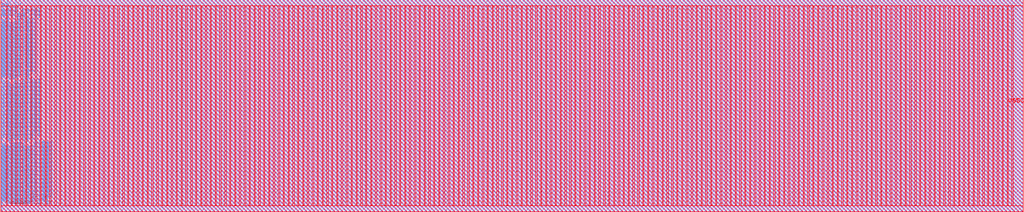
<source format=lef>
VERSION 5.7 ;
BUSBITCHARS "[]" ;
MACRO fakeram130_256x95
  FOREIGN fakeram130_256x95 0 0 ;
  SYMMETRY X Y R90 ;
  SIZE 1010.160 BY 209.440 ;
  CLASS BLOCK ;
  PIN w_mask_in[0]
    DIRECTION INPUT ;
    USE SIGNAL ;
    SHAPE ABUTMENT ;
    PORT
      LAYER met3 ;
      RECT 0.000 5.850 0.800 6.150 ;
    END
  END w_mask_in[0]
  PIN w_mask_in[1]
    DIRECTION INPUT ;
    USE SIGNAL ;
    SHAPE ABUTMENT ;
    PORT
      LAYER met3 ;
      RECT 0.000 6.450 0.800 6.750 ;
    END
  END w_mask_in[1]
  PIN w_mask_in[2]
    DIRECTION INPUT ;
    USE SIGNAL ;
    SHAPE ABUTMENT ;
    PORT
      LAYER met3 ;
      RECT 0.000 7.050 0.800 7.350 ;
    END
  END w_mask_in[2]
  PIN w_mask_in[3]
    DIRECTION INPUT ;
    USE SIGNAL ;
    SHAPE ABUTMENT ;
    PORT
      LAYER met3 ;
      RECT 0.000 7.650 0.800 7.950 ;
    END
  END w_mask_in[3]
  PIN w_mask_in[4]
    DIRECTION INPUT ;
    USE SIGNAL ;
    SHAPE ABUTMENT ;
    PORT
      LAYER met3 ;
      RECT 0.000 8.250 0.800 8.550 ;
    END
  END w_mask_in[4]
  PIN w_mask_in[5]
    DIRECTION INPUT ;
    USE SIGNAL ;
    SHAPE ABUTMENT ;
    PORT
      LAYER met3 ;
      RECT 0.000 8.850 0.800 9.150 ;
    END
  END w_mask_in[5]
  PIN w_mask_in[6]
    DIRECTION INPUT ;
    USE SIGNAL ;
    SHAPE ABUTMENT ;
    PORT
      LAYER met3 ;
      RECT 0.000 9.450 0.800 9.750 ;
    END
  END w_mask_in[6]
  PIN w_mask_in[7]
    DIRECTION INPUT ;
    USE SIGNAL ;
    SHAPE ABUTMENT ;
    PORT
      LAYER met3 ;
      RECT 0.000 10.050 0.800 10.350 ;
    END
  END w_mask_in[7]
  PIN w_mask_in[8]
    DIRECTION INPUT ;
    USE SIGNAL ;
    SHAPE ABUTMENT ;
    PORT
      LAYER met3 ;
      RECT 0.000 10.650 0.800 10.950 ;
    END
  END w_mask_in[8]
  PIN w_mask_in[9]
    DIRECTION INPUT ;
    USE SIGNAL ;
    SHAPE ABUTMENT ;
    PORT
      LAYER met3 ;
      RECT 0.000 11.250 0.800 11.550 ;
    END
  END w_mask_in[9]
  PIN w_mask_in[10]
    DIRECTION INPUT ;
    USE SIGNAL ;
    SHAPE ABUTMENT ;
    PORT
      LAYER met3 ;
      RECT 0.000 11.850 0.800 12.150 ;
    END
  END w_mask_in[10]
  PIN w_mask_in[11]
    DIRECTION INPUT ;
    USE SIGNAL ;
    SHAPE ABUTMENT ;
    PORT
      LAYER met3 ;
      RECT 0.000 12.450 0.800 12.750 ;
    END
  END w_mask_in[11]
  PIN w_mask_in[12]
    DIRECTION INPUT ;
    USE SIGNAL ;
    SHAPE ABUTMENT ;
    PORT
      LAYER met3 ;
      RECT 0.000 13.050 0.800 13.350 ;
    END
  END w_mask_in[12]
  PIN w_mask_in[13]
    DIRECTION INPUT ;
    USE SIGNAL ;
    SHAPE ABUTMENT ;
    PORT
      LAYER met3 ;
      RECT 0.000 13.650 0.800 13.950 ;
    END
  END w_mask_in[13]
  PIN w_mask_in[14]
    DIRECTION INPUT ;
    USE SIGNAL ;
    SHAPE ABUTMENT ;
    PORT
      LAYER met3 ;
      RECT 0.000 14.250 0.800 14.550 ;
    END
  END w_mask_in[14]
  PIN w_mask_in[15]
    DIRECTION INPUT ;
    USE SIGNAL ;
    SHAPE ABUTMENT ;
    PORT
      LAYER met3 ;
      RECT 0.000 14.850 0.800 15.150 ;
    END
  END w_mask_in[15]
  PIN w_mask_in[16]
    DIRECTION INPUT ;
    USE SIGNAL ;
    SHAPE ABUTMENT ;
    PORT
      LAYER met3 ;
      RECT 0.000 15.450 0.800 15.750 ;
    END
  END w_mask_in[16]
  PIN w_mask_in[17]
    DIRECTION INPUT ;
    USE SIGNAL ;
    SHAPE ABUTMENT ;
    PORT
      LAYER met3 ;
      RECT 0.000 16.050 0.800 16.350 ;
    END
  END w_mask_in[17]
  PIN w_mask_in[18]
    DIRECTION INPUT ;
    USE SIGNAL ;
    SHAPE ABUTMENT ;
    PORT
      LAYER met3 ;
      RECT 0.000 16.650 0.800 16.950 ;
    END
  END w_mask_in[18]
  PIN w_mask_in[19]
    DIRECTION INPUT ;
    USE SIGNAL ;
    SHAPE ABUTMENT ;
    PORT
      LAYER met3 ;
      RECT 0.000 17.250 0.800 17.550 ;
    END
  END w_mask_in[19]
  PIN w_mask_in[20]
    DIRECTION INPUT ;
    USE SIGNAL ;
    SHAPE ABUTMENT ;
    PORT
      LAYER met3 ;
      RECT 0.000 17.850 0.800 18.150 ;
    END
  END w_mask_in[20]
  PIN w_mask_in[21]
    DIRECTION INPUT ;
    USE SIGNAL ;
    SHAPE ABUTMENT ;
    PORT
      LAYER met3 ;
      RECT 0.000 18.450 0.800 18.750 ;
    END
  END w_mask_in[21]
  PIN w_mask_in[22]
    DIRECTION INPUT ;
    USE SIGNAL ;
    SHAPE ABUTMENT ;
    PORT
      LAYER met3 ;
      RECT 0.000 19.050 0.800 19.350 ;
    END
  END w_mask_in[22]
  PIN w_mask_in[23]
    DIRECTION INPUT ;
    USE SIGNAL ;
    SHAPE ABUTMENT ;
    PORT
      LAYER met3 ;
      RECT 0.000 19.650 0.800 19.950 ;
    END
  END w_mask_in[23]
  PIN w_mask_in[24]
    DIRECTION INPUT ;
    USE SIGNAL ;
    SHAPE ABUTMENT ;
    PORT
      LAYER met3 ;
      RECT 0.000 20.250 0.800 20.550 ;
    END
  END w_mask_in[24]
  PIN w_mask_in[25]
    DIRECTION INPUT ;
    USE SIGNAL ;
    SHAPE ABUTMENT ;
    PORT
      LAYER met3 ;
      RECT 0.000 20.850 0.800 21.150 ;
    END
  END w_mask_in[25]
  PIN w_mask_in[26]
    DIRECTION INPUT ;
    USE SIGNAL ;
    SHAPE ABUTMENT ;
    PORT
      LAYER met3 ;
      RECT 0.000 21.450 0.800 21.750 ;
    END
  END w_mask_in[26]
  PIN w_mask_in[27]
    DIRECTION INPUT ;
    USE SIGNAL ;
    SHAPE ABUTMENT ;
    PORT
      LAYER met3 ;
      RECT 0.000 22.050 0.800 22.350 ;
    END
  END w_mask_in[27]
  PIN w_mask_in[28]
    DIRECTION INPUT ;
    USE SIGNAL ;
    SHAPE ABUTMENT ;
    PORT
      LAYER met3 ;
      RECT 0.000 22.650 0.800 22.950 ;
    END
  END w_mask_in[28]
  PIN w_mask_in[29]
    DIRECTION INPUT ;
    USE SIGNAL ;
    SHAPE ABUTMENT ;
    PORT
      LAYER met3 ;
      RECT 0.000 23.250 0.800 23.550 ;
    END
  END w_mask_in[29]
  PIN w_mask_in[30]
    DIRECTION INPUT ;
    USE SIGNAL ;
    SHAPE ABUTMENT ;
    PORT
      LAYER met3 ;
      RECT 0.000 23.850 0.800 24.150 ;
    END
  END w_mask_in[30]
  PIN w_mask_in[31]
    DIRECTION INPUT ;
    USE SIGNAL ;
    SHAPE ABUTMENT ;
    PORT
      LAYER met3 ;
      RECT 0.000 24.450 0.800 24.750 ;
    END
  END w_mask_in[31]
  PIN w_mask_in[32]
    DIRECTION INPUT ;
    USE SIGNAL ;
    SHAPE ABUTMENT ;
    PORT
      LAYER met3 ;
      RECT 0.000 25.050 0.800 25.350 ;
    END
  END w_mask_in[32]
  PIN w_mask_in[33]
    DIRECTION INPUT ;
    USE SIGNAL ;
    SHAPE ABUTMENT ;
    PORT
      LAYER met3 ;
      RECT 0.000 25.650 0.800 25.950 ;
    END
  END w_mask_in[33]
  PIN w_mask_in[34]
    DIRECTION INPUT ;
    USE SIGNAL ;
    SHAPE ABUTMENT ;
    PORT
      LAYER met3 ;
      RECT 0.000 26.250 0.800 26.550 ;
    END
  END w_mask_in[34]
  PIN w_mask_in[35]
    DIRECTION INPUT ;
    USE SIGNAL ;
    SHAPE ABUTMENT ;
    PORT
      LAYER met3 ;
      RECT 0.000 26.850 0.800 27.150 ;
    END
  END w_mask_in[35]
  PIN w_mask_in[36]
    DIRECTION INPUT ;
    USE SIGNAL ;
    SHAPE ABUTMENT ;
    PORT
      LAYER met3 ;
      RECT 0.000 27.450 0.800 27.750 ;
    END
  END w_mask_in[36]
  PIN w_mask_in[37]
    DIRECTION INPUT ;
    USE SIGNAL ;
    SHAPE ABUTMENT ;
    PORT
      LAYER met3 ;
      RECT 0.000 28.050 0.800 28.350 ;
    END
  END w_mask_in[37]
  PIN w_mask_in[38]
    DIRECTION INPUT ;
    USE SIGNAL ;
    SHAPE ABUTMENT ;
    PORT
      LAYER met3 ;
      RECT 0.000 28.650 0.800 28.950 ;
    END
  END w_mask_in[38]
  PIN w_mask_in[39]
    DIRECTION INPUT ;
    USE SIGNAL ;
    SHAPE ABUTMENT ;
    PORT
      LAYER met3 ;
      RECT 0.000 29.250 0.800 29.550 ;
    END
  END w_mask_in[39]
  PIN w_mask_in[40]
    DIRECTION INPUT ;
    USE SIGNAL ;
    SHAPE ABUTMENT ;
    PORT
      LAYER met3 ;
      RECT 0.000 29.850 0.800 30.150 ;
    END
  END w_mask_in[40]
  PIN w_mask_in[41]
    DIRECTION INPUT ;
    USE SIGNAL ;
    SHAPE ABUTMENT ;
    PORT
      LAYER met3 ;
      RECT 0.000 30.450 0.800 30.750 ;
    END
  END w_mask_in[41]
  PIN w_mask_in[42]
    DIRECTION INPUT ;
    USE SIGNAL ;
    SHAPE ABUTMENT ;
    PORT
      LAYER met3 ;
      RECT 0.000 31.050 0.800 31.350 ;
    END
  END w_mask_in[42]
  PIN w_mask_in[43]
    DIRECTION INPUT ;
    USE SIGNAL ;
    SHAPE ABUTMENT ;
    PORT
      LAYER met3 ;
      RECT 0.000 31.650 0.800 31.950 ;
    END
  END w_mask_in[43]
  PIN w_mask_in[44]
    DIRECTION INPUT ;
    USE SIGNAL ;
    SHAPE ABUTMENT ;
    PORT
      LAYER met3 ;
      RECT 0.000 32.250 0.800 32.550 ;
    END
  END w_mask_in[44]
  PIN w_mask_in[45]
    DIRECTION INPUT ;
    USE SIGNAL ;
    SHAPE ABUTMENT ;
    PORT
      LAYER met3 ;
      RECT 0.000 32.850 0.800 33.150 ;
    END
  END w_mask_in[45]
  PIN w_mask_in[46]
    DIRECTION INPUT ;
    USE SIGNAL ;
    SHAPE ABUTMENT ;
    PORT
      LAYER met3 ;
      RECT 0.000 33.450 0.800 33.750 ;
    END
  END w_mask_in[46]
  PIN w_mask_in[47]
    DIRECTION INPUT ;
    USE SIGNAL ;
    SHAPE ABUTMENT ;
    PORT
      LAYER met3 ;
      RECT 0.000 34.050 0.800 34.350 ;
    END
  END w_mask_in[47]
  PIN w_mask_in[48]
    DIRECTION INPUT ;
    USE SIGNAL ;
    SHAPE ABUTMENT ;
    PORT
      LAYER met3 ;
      RECT 0.000 34.650 0.800 34.950 ;
    END
  END w_mask_in[48]
  PIN w_mask_in[49]
    DIRECTION INPUT ;
    USE SIGNAL ;
    SHAPE ABUTMENT ;
    PORT
      LAYER met3 ;
      RECT 0.000 35.250 0.800 35.550 ;
    END
  END w_mask_in[49]
  PIN w_mask_in[50]
    DIRECTION INPUT ;
    USE SIGNAL ;
    SHAPE ABUTMENT ;
    PORT
      LAYER met3 ;
      RECT 0.000 35.850 0.800 36.150 ;
    END
  END w_mask_in[50]
  PIN w_mask_in[51]
    DIRECTION INPUT ;
    USE SIGNAL ;
    SHAPE ABUTMENT ;
    PORT
      LAYER met3 ;
      RECT 0.000 36.450 0.800 36.750 ;
    END
  END w_mask_in[51]
  PIN w_mask_in[52]
    DIRECTION INPUT ;
    USE SIGNAL ;
    SHAPE ABUTMENT ;
    PORT
      LAYER met3 ;
      RECT 0.000 37.050 0.800 37.350 ;
    END
  END w_mask_in[52]
  PIN w_mask_in[53]
    DIRECTION INPUT ;
    USE SIGNAL ;
    SHAPE ABUTMENT ;
    PORT
      LAYER met3 ;
      RECT 0.000 37.650 0.800 37.950 ;
    END
  END w_mask_in[53]
  PIN w_mask_in[54]
    DIRECTION INPUT ;
    USE SIGNAL ;
    SHAPE ABUTMENT ;
    PORT
      LAYER met3 ;
      RECT 0.000 38.250 0.800 38.550 ;
    END
  END w_mask_in[54]
  PIN w_mask_in[55]
    DIRECTION INPUT ;
    USE SIGNAL ;
    SHAPE ABUTMENT ;
    PORT
      LAYER met3 ;
      RECT 0.000 38.850 0.800 39.150 ;
    END
  END w_mask_in[55]
  PIN w_mask_in[56]
    DIRECTION INPUT ;
    USE SIGNAL ;
    SHAPE ABUTMENT ;
    PORT
      LAYER met3 ;
      RECT 0.000 39.450 0.800 39.750 ;
    END
  END w_mask_in[56]
  PIN w_mask_in[57]
    DIRECTION INPUT ;
    USE SIGNAL ;
    SHAPE ABUTMENT ;
    PORT
      LAYER met3 ;
      RECT 0.000 40.050 0.800 40.350 ;
    END
  END w_mask_in[57]
  PIN w_mask_in[58]
    DIRECTION INPUT ;
    USE SIGNAL ;
    SHAPE ABUTMENT ;
    PORT
      LAYER met3 ;
      RECT 0.000 40.650 0.800 40.950 ;
    END
  END w_mask_in[58]
  PIN w_mask_in[59]
    DIRECTION INPUT ;
    USE SIGNAL ;
    SHAPE ABUTMENT ;
    PORT
      LAYER met3 ;
      RECT 0.000 41.250 0.800 41.550 ;
    END
  END w_mask_in[59]
  PIN w_mask_in[60]
    DIRECTION INPUT ;
    USE SIGNAL ;
    SHAPE ABUTMENT ;
    PORT
      LAYER met3 ;
      RECT 0.000 41.850 0.800 42.150 ;
    END
  END w_mask_in[60]
  PIN w_mask_in[61]
    DIRECTION INPUT ;
    USE SIGNAL ;
    SHAPE ABUTMENT ;
    PORT
      LAYER met3 ;
      RECT 0.000 42.450 0.800 42.750 ;
    END
  END w_mask_in[61]
  PIN w_mask_in[62]
    DIRECTION INPUT ;
    USE SIGNAL ;
    SHAPE ABUTMENT ;
    PORT
      LAYER met3 ;
      RECT 0.000 43.050 0.800 43.350 ;
    END
  END w_mask_in[62]
  PIN w_mask_in[63]
    DIRECTION INPUT ;
    USE SIGNAL ;
    SHAPE ABUTMENT ;
    PORT
      LAYER met3 ;
      RECT 0.000 43.650 0.800 43.950 ;
    END
  END w_mask_in[63]
  PIN w_mask_in[64]
    DIRECTION INPUT ;
    USE SIGNAL ;
    SHAPE ABUTMENT ;
    PORT
      LAYER met3 ;
      RECT 0.000 44.250 0.800 44.550 ;
    END
  END w_mask_in[64]
  PIN w_mask_in[65]
    DIRECTION INPUT ;
    USE SIGNAL ;
    SHAPE ABUTMENT ;
    PORT
      LAYER met3 ;
      RECT 0.000 44.850 0.800 45.150 ;
    END
  END w_mask_in[65]
  PIN w_mask_in[66]
    DIRECTION INPUT ;
    USE SIGNAL ;
    SHAPE ABUTMENT ;
    PORT
      LAYER met3 ;
      RECT 0.000 45.450 0.800 45.750 ;
    END
  END w_mask_in[66]
  PIN w_mask_in[67]
    DIRECTION INPUT ;
    USE SIGNAL ;
    SHAPE ABUTMENT ;
    PORT
      LAYER met3 ;
      RECT 0.000 46.050 0.800 46.350 ;
    END
  END w_mask_in[67]
  PIN w_mask_in[68]
    DIRECTION INPUT ;
    USE SIGNAL ;
    SHAPE ABUTMENT ;
    PORT
      LAYER met3 ;
      RECT 0.000 46.650 0.800 46.950 ;
    END
  END w_mask_in[68]
  PIN w_mask_in[69]
    DIRECTION INPUT ;
    USE SIGNAL ;
    SHAPE ABUTMENT ;
    PORT
      LAYER met3 ;
      RECT 0.000 47.250 0.800 47.550 ;
    END
  END w_mask_in[69]
  PIN w_mask_in[70]
    DIRECTION INPUT ;
    USE SIGNAL ;
    SHAPE ABUTMENT ;
    PORT
      LAYER met3 ;
      RECT 0.000 47.850 0.800 48.150 ;
    END
  END w_mask_in[70]
  PIN w_mask_in[71]
    DIRECTION INPUT ;
    USE SIGNAL ;
    SHAPE ABUTMENT ;
    PORT
      LAYER met3 ;
      RECT 0.000 48.450 0.800 48.750 ;
    END
  END w_mask_in[71]
  PIN w_mask_in[72]
    DIRECTION INPUT ;
    USE SIGNAL ;
    SHAPE ABUTMENT ;
    PORT
      LAYER met3 ;
      RECT 0.000 49.050 0.800 49.350 ;
    END
  END w_mask_in[72]
  PIN w_mask_in[73]
    DIRECTION INPUT ;
    USE SIGNAL ;
    SHAPE ABUTMENT ;
    PORT
      LAYER met3 ;
      RECT 0.000 49.650 0.800 49.950 ;
    END
  END w_mask_in[73]
  PIN w_mask_in[74]
    DIRECTION INPUT ;
    USE SIGNAL ;
    SHAPE ABUTMENT ;
    PORT
      LAYER met3 ;
      RECT 0.000 50.250 0.800 50.550 ;
    END
  END w_mask_in[74]
  PIN w_mask_in[75]
    DIRECTION INPUT ;
    USE SIGNAL ;
    SHAPE ABUTMENT ;
    PORT
      LAYER met3 ;
      RECT 0.000 50.850 0.800 51.150 ;
    END
  END w_mask_in[75]
  PIN w_mask_in[76]
    DIRECTION INPUT ;
    USE SIGNAL ;
    SHAPE ABUTMENT ;
    PORT
      LAYER met3 ;
      RECT 0.000 51.450 0.800 51.750 ;
    END
  END w_mask_in[76]
  PIN w_mask_in[77]
    DIRECTION INPUT ;
    USE SIGNAL ;
    SHAPE ABUTMENT ;
    PORT
      LAYER met3 ;
      RECT 0.000 52.050 0.800 52.350 ;
    END
  END w_mask_in[77]
  PIN w_mask_in[78]
    DIRECTION INPUT ;
    USE SIGNAL ;
    SHAPE ABUTMENT ;
    PORT
      LAYER met3 ;
      RECT 0.000 52.650 0.800 52.950 ;
    END
  END w_mask_in[78]
  PIN w_mask_in[79]
    DIRECTION INPUT ;
    USE SIGNAL ;
    SHAPE ABUTMENT ;
    PORT
      LAYER met3 ;
      RECT 0.000 53.250 0.800 53.550 ;
    END
  END w_mask_in[79]
  PIN w_mask_in[80]
    DIRECTION INPUT ;
    USE SIGNAL ;
    SHAPE ABUTMENT ;
    PORT
      LAYER met3 ;
      RECT 0.000 53.850 0.800 54.150 ;
    END
  END w_mask_in[80]
  PIN w_mask_in[81]
    DIRECTION INPUT ;
    USE SIGNAL ;
    SHAPE ABUTMENT ;
    PORT
      LAYER met3 ;
      RECT 0.000 54.450 0.800 54.750 ;
    END
  END w_mask_in[81]
  PIN w_mask_in[82]
    DIRECTION INPUT ;
    USE SIGNAL ;
    SHAPE ABUTMENT ;
    PORT
      LAYER met3 ;
      RECT 0.000 55.050 0.800 55.350 ;
    END
  END w_mask_in[82]
  PIN w_mask_in[83]
    DIRECTION INPUT ;
    USE SIGNAL ;
    SHAPE ABUTMENT ;
    PORT
      LAYER met3 ;
      RECT 0.000 55.650 0.800 55.950 ;
    END
  END w_mask_in[83]
  PIN w_mask_in[84]
    DIRECTION INPUT ;
    USE SIGNAL ;
    SHAPE ABUTMENT ;
    PORT
      LAYER met3 ;
      RECT 0.000 56.250 0.800 56.550 ;
    END
  END w_mask_in[84]
  PIN w_mask_in[85]
    DIRECTION INPUT ;
    USE SIGNAL ;
    SHAPE ABUTMENT ;
    PORT
      LAYER met3 ;
      RECT 0.000 56.850 0.800 57.150 ;
    END
  END w_mask_in[85]
  PIN w_mask_in[86]
    DIRECTION INPUT ;
    USE SIGNAL ;
    SHAPE ABUTMENT ;
    PORT
      LAYER met3 ;
      RECT 0.000 57.450 0.800 57.750 ;
    END
  END w_mask_in[86]
  PIN w_mask_in[87]
    DIRECTION INPUT ;
    USE SIGNAL ;
    SHAPE ABUTMENT ;
    PORT
      LAYER met3 ;
      RECT 0.000 58.050 0.800 58.350 ;
    END
  END w_mask_in[87]
  PIN w_mask_in[88]
    DIRECTION INPUT ;
    USE SIGNAL ;
    SHAPE ABUTMENT ;
    PORT
      LAYER met3 ;
      RECT 0.000 58.650 0.800 58.950 ;
    END
  END w_mask_in[88]
  PIN w_mask_in[89]
    DIRECTION INPUT ;
    USE SIGNAL ;
    SHAPE ABUTMENT ;
    PORT
      LAYER met3 ;
      RECT 0.000 59.250 0.800 59.550 ;
    END
  END w_mask_in[89]
  PIN w_mask_in[90]
    DIRECTION INPUT ;
    USE SIGNAL ;
    SHAPE ABUTMENT ;
    PORT
      LAYER met3 ;
      RECT 0.000 59.850 0.800 60.150 ;
    END
  END w_mask_in[90]
  PIN w_mask_in[91]
    DIRECTION INPUT ;
    USE SIGNAL ;
    SHAPE ABUTMENT ;
    PORT
      LAYER met3 ;
      RECT 0.000 60.450 0.800 60.750 ;
    END
  END w_mask_in[91]
  PIN w_mask_in[92]
    DIRECTION INPUT ;
    USE SIGNAL ;
    SHAPE ABUTMENT ;
    PORT
      LAYER met3 ;
      RECT 0.000 61.050 0.800 61.350 ;
    END
  END w_mask_in[92]
  PIN w_mask_in[93]
    DIRECTION INPUT ;
    USE SIGNAL ;
    SHAPE ABUTMENT ;
    PORT
      LAYER met3 ;
      RECT 0.000 61.650 0.800 61.950 ;
    END
  END w_mask_in[93]
  PIN w_mask_in[94]
    DIRECTION INPUT ;
    USE SIGNAL ;
    SHAPE ABUTMENT ;
    PORT
      LAYER met3 ;
      RECT 0.000 62.250 0.800 62.550 ;
    END
  END w_mask_in[94]
  PIN rd_out[0]
    DIRECTION OUTPUT ;
    USE SIGNAL ;
    SHAPE ABUTMENT ;
    PORT
      LAYER met3 ;
      RECT 0.000 67.050 0.800 67.350 ;
    END
  END rd_out[0]
  PIN rd_out[1]
    DIRECTION OUTPUT ;
    USE SIGNAL ;
    SHAPE ABUTMENT ;
    PORT
      LAYER met3 ;
      RECT 0.000 67.650 0.800 67.950 ;
    END
  END rd_out[1]
  PIN rd_out[2]
    DIRECTION OUTPUT ;
    USE SIGNAL ;
    SHAPE ABUTMENT ;
    PORT
      LAYER met3 ;
      RECT 0.000 68.250 0.800 68.550 ;
    END
  END rd_out[2]
  PIN rd_out[3]
    DIRECTION OUTPUT ;
    USE SIGNAL ;
    SHAPE ABUTMENT ;
    PORT
      LAYER met3 ;
      RECT 0.000 68.850 0.800 69.150 ;
    END
  END rd_out[3]
  PIN rd_out[4]
    DIRECTION OUTPUT ;
    USE SIGNAL ;
    SHAPE ABUTMENT ;
    PORT
      LAYER met3 ;
      RECT 0.000 69.450 0.800 69.750 ;
    END
  END rd_out[4]
  PIN rd_out[5]
    DIRECTION OUTPUT ;
    USE SIGNAL ;
    SHAPE ABUTMENT ;
    PORT
      LAYER met3 ;
      RECT 0.000 70.050 0.800 70.350 ;
    END
  END rd_out[5]
  PIN rd_out[6]
    DIRECTION OUTPUT ;
    USE SIGNAL ;
    SHAPE ABUTMENT ;
    PORT
      LAYER met3 ;
      RECT 0.000 70.650 0.800 70.950 ;
    END
  END rd_out[6]
  PIN rd_out[7]
    DIRECTION OUTPUT ;
    USE SIGNAL ;
    SHAPE ABUTMENT ;
    PORT
      LAYER met3 ;
      RECT 0.000 71.250 0.800 71.550 ;
    END
  END rd_out[7]
  PIN rd_out[8]
    DIRECTION OUTPUT ;
    USE SIGNAL ;
    SHAPE ABUTMENT ;
    PORT
      LAYER met3 ;
      RECT 0.000 71.850 0.800 72.150 ;
    END
  END rd_out[8]
  PIN rd_out[9]
    DIRECTION OUTPUT ;
    USE SIGNAL ;
    SHAPE ABUTMENT ;
    PORT
      LAYER met3 ;
      RECT 0.000 72.450 0.800 72.750 ;
    END
  END rd_out[9]
  PIN rd_out[10]
    DIRECTION OUTPUT ;
    USE SIGNAL ;
    SHAPE ABUTMENT ;
    PORT
      LAYER met3 ;
      RECT 0.000 73.050 0.800 73.350 ;
    END
  END rd_out[10]
  PIN rd_out[11]
    DIRECTION OUTPUT ;
    USE SIGNAL ;
    SHAPE ABUTMENT ;
    PORT
      LAYER met3 ;
      RECT 0.000 73.650 0.800 73.950 ;
    END
  END rd_out[11]
  PIN rd_out[12]
    DIRECTION OUTPUT ;
    USE SIGNAL ;
    SHAPE ABUTMENT ;
    PORT
      LAYER met3 ;
      RECT 0.000 74.250 0.800 74.550 ;
    END
  END rd_out[12]
  PIN rd_out[13]
    DIRECTION OUTPUT ;
    USE SIGNAL ;
    SHAPE ABUTMENT ;
    PORT
      LAYER met3 ;
      RECT 0.000 74.850 0.800 75.150 ;
    END
  END rd_out[13]
  PIN rd_out[14]
    DIRECTION OUTPUT ;
    USE SIGNAL ;
    SHAPE ABUTMENT ;
    PORT
      LAYER met3 ;
      RECT 0.000 75.450 0.800 75.750 ;
    END
  END rd_out[14]
  PIN rd_out[15]
    DIRECTION OUTPUT ;
    USE SIGNAL ;
    SHAPE ABUTMENT ;
    PORT
      LAYER met3 ;
      RECT 0.000 76.050 0.800 76.350 ;
    END
  END rd_out[15]
  PIN rd_out[16]
    DIRECTION OUTPUT ;
    USE SIGNAL ;
    SHAPE ABUTMENT ;
    PORT
      LAYER met3 ;
      RECT 0.000 76.650 0.800 76.950 ;
    END
  END rd_out[16]
  PIN rd_out[17]
    DIRECTION OUTPUT ;
    USE SIGNAL ;
    SHAPE ABUTMENT ;
    PORT
      LAYER met3 ;
      RECT 0.000 77.250 0.800 77.550 ;
    END
  END rd_out[17]
  PIN rd_out[18]
    DIRECTION OUTPUT ;
    USE SIGNAL ;
    SHAPE ABUTMENT ;
    PORT
      LAYER met3 ;
      RECT 0.000 77.850 0.800 78.150 ;
    END
  END rd_out[18]
  PIN rd_out[19]
    DIRECTION OUTPUT ;
    USE SIGNAL ;
    SHAPE ABUTMENT ;
    PORT
      LAYER met3 ;
      RECT 0.000 78.450 0.800 78.750 ;
    END
  END rd_out[19]
  PIN rd_out[20]
    DIRECTION OUTPUT ;
    USE SIGNAL ;
    SHAPE ABUTMENT ;
    PORT
      LAYER met3 ;
      RECT 0.000 79.050 0.800 79.350 ;
    END
  END rd_out[20]
  PIN rd_out[21]
    DIRECTION OUTPUT ;
    USE SIGNAL ;
    SHAPE ABUTMENT ;
    PORT
      LAYER met3 ;
      RECT 0.000 79.650 0.800 79.950 ;
    END
  END rd_out[21]
  PIN rd_out[22]
    DIRECTION OUTPUT ;
    USE SIGNAL ;
    SHAPE ABUTMENT ;
    PORT
      LAYER met3 ;
      RECT 0.000 80.250 0.800 80.550 ;
    END
  END rd_out[22]
  PIN rd_out[23]
    DIRECTION OUTPUT ;
    USE SIGNAL ;
    SHAPE ABUTMENT ;
    PORT
      LAYER met3 ;
      RECT 0.000 80.850 0.800 81.150 ;
    END
  END rd_out[23]
  PIN rd_out[24]
    DIRECTION OUTPUT ;
    USE SIGNAL ;
    SHAPE ABUTMENT ;
    PORT
      LAYER met3 ;
      RECT 0.000 81.450 0.800 81.750 ;
    END
  END rd_out[24]
  PIN rd_out[25]
    DIRECTION OUTPUT ;
    USE SIGNAL ;
    SHAPE ABUTMENT ;
    PORT
      LAYER met3 ;
      RECT 0.000 82.050 0.800 82.350 ;
    END
  END rd_out[25]
  PIN rd_out[26]
    DIRECTION OUTPUT ;
    USE SIGNAL ;
    SHAPE ABUTMENT ;
    PORT
      LAYER met3 ;
      RECT 0.000 82.650 0.800 82.950 ;
    END
  END rd_out[26]
  PIN rd_out[27]
    DIRECTION OUTPUT ;
    USE SIGNAL ;
    SHAPE ABUTMENT ;
    PORT
      LAYER met3 ;
      RECT 0.000 83.250 0.800 83.550 ;
    END
  END rd_out[27]
  PIN rd_out[28]
    DIRECTION OUTPUT ;
    USE SIGNAL ;
    SHAPE ABUTMENT ;
    PORT
      LAYER met3 ;
      RECT 0.000 83.850 0.800 84.150 ;
    END
  END rd_out[28]
  PIN rd_out[29]
    DIRECTION OUTPUT ;
    USE SIGNAL ;
    SHAPE ABUTMENT ;
    PORT
      LAYER met3 ;
      RECT 0.000 84.450 0.800 84.750 ;
    END
  END rd_out[29]
  PIN rd_out[30]
    DIRECTION OUTPUT ;
    USE SIGNAL ;
    SHAPE ABUTMENT ;
    PORT
      LAYER met3 ;
      RECT 0.000 85.050 0.800 85.350 ;
    END
  END rd_out[30]
  PIN rd_out[31]
    DIRECTION OUTPUT ;
    USE SIGNAL ;
    SHAPE ABUTMENT ;
    PORT
      LAYER met3 ;
      RECT 0.000 85.650 0.800 85.950 ;
    END
  END rd_out[31]
  PIN rd_out[32]
    DIRECTION OUTPUT ;
    USE SIGNAL ;
    SHAPE ABUTMENT ;
    PORT
      LAYER met3 ;
      RECT 0.000 86.250 0.800 86.550 ;
    END
  END rd_out[32]
  PIN rd_out[33]
    DIRECTION OUTPUT ;
    USE SIGNAL ;
    SHAPE ABUTMENT ;
    PORT
      LAYER met3 ;
      RECT 0.000 86.850 0.800 87.150 ;
    END
  END rd_out[33]
  PIN rd_out[34]
    DIRECTION OUTPUT ;
    USE SIGNAL ;
    SHAPE ABUTMENT ;
    PORT
      LAYER met3 ;
      RECT 0.000 87.450 0.800 87.750 ;
    END
  END rd_out[34]
  PIN rd_out[35]
    DIRECTION OUTPUT ;
    USE SIGNAL ;
    SHAPE ABUTMENT ;
    PORT
      LAYER met3 ;
      RECT 0.000 88.050 0.800 88.350 ;
    END
  END rd_out[35]
  PIN rd_out[36]
    DIRECTION OUTPUT ;
    USE SIGNAL ;
    SHAPE ABUTMENT ;
    PORT
      LAYER met3 ;
      RECT 0.000 88.650 0.800 88.950 ;
    END
  END rd_out[36]
  PIN rd_out[37]
    DIRECTION OUTPUT ;
    USE SIGNAL ;
    SHAPE ABUTMENT ;
    PORT
      LAYER met3 ;
      RECT 0.000 89.250 0.800 89.550 ;
    END
  END rd_out[37]
  PIN rd_out[38]
    DIRECTION OUTPUT ;
    USE SIGNAL ;
    SHAPE ABUTMENT ;
    PORT
      LAYER met3 ;
      RECT 0.000 89.850 0.800 90.150 ;
    END
  END rd_out[38]
  PIN rd_out[39]
    DIRECTION OUTPUT ;
    USE SIGNAL ;
    SHAPE ABUTMENT ;
    PORT
      LAYER met3 ;
      RECT 0.000 90.450 0.800 90.750 ;
    END
  END rd_out[39]
  PIN rd_out[40]
    DIRECTION OUTPUT ;
    USE SIGNAL ;
    SHAPE ABUTMENT ;
    PORT
      LAYER met3 ;
      RECT 0.000 91.050 0.800 91.350 ;
    END
  END rd_out[40]
  PIN rd_out[41]
    DIRECTION OUTPUT ;
    USE SIGNAL ;
    SHAPE ABUTMENT ;
    PORT
      LAYER met3 ;
      RECT 0.000 91.650 0.800 91.950 ;
    END
  END rd_out[41]
  PIN rd_out[42]
    DIRECTION OUTPUT ;
    USE SIGNAL ;
    SHAPE ABUTMENT ;
    PORT
      LAYER met3 ;
      RECT 0.000 92.250 0.800 92.550 ;
    END
  END rd_out[42]
  PIN rd_out[43]
    DIRECTION OUTPUT ;
    USE SIGNAL ;
    SHAPE ABUTMENT ;
    PORT
      LAYER met3 ;
      RECT 0.000 92.850 0.800 93.150 ;
    END
  END rd_out[43]
  PIN rd_out[44]
    DIRECTION OUTPUT ;
    USE SIGNAL ;
    SHAPE ABUTMENT ;
    PORT
      LAYER met3 ;
      RECT 0.000 93.450 0.800 93.750 ;
    END
  END rd_out[44]
  PIN rd_out[45]
    DIRECTION OUTPUT ;
    USE SIGNAL ;
    SHAPE ABUTMENT ;
    PORT
      LAYER met3 ;
      RECT 0.000 94.050 0.800 94.350 ;
    END
  END rd_out[45]
  PIN rd_out[46]
    DIRECTION OUTPUT ;
    USE SIGNAL ;
    SHAPE ABUTMENT ;
    PORT
      LAYER met3 ;
      RECT 0.000 94.650 0.800 94.950 ;
    END
  END rd_out[46]
  PIN rd_out[47]
    DIRECTION OUTPUT ;
    USE SIGNAL ;
    SHAPE ABUTMENT ;
    PORT
      LAYER met3 ;
      RECT 0.000 95.250 0.800 95.550 ;
    END
  END rd_out[47]
  PIN rd_out[48]
    DIRECTION OUTPUT ;
    USE SIGNAL ;
    SHAPE ABUTMENT ;
    PORT
      LAYER met3 ;
      RECT 0.000 95.850 0.800 96.150 ;
    END
  END rd_out[48]
  PIN rd_out[49]
    DIRECTION OUTPUT ;
    USE SIGNAL ;
    SHAPE ABUTMENT ;
    PORT
      LAYER met3 ;
      RECT 0.000 96.450 0.800 96.750 ;
    END
  END rd_out[49]
  PIN rd_out[50]
    DIRECTION OUTPUT ;
    USE SIGNAL ;
    SHAPE ABUTMENT ;
    PORT
      LAYER met3 ;
      RECT 0.000 97.050 0.800 97.350 ;
    END
  END rd_out[50]
  PIN rd_out[51]
    DIRECTION OUTPUT ;
    USE SIGNAL ;
    SHAPE ABUTMENT ;
    PORT
      LAYER met3 ;
      RECT 0.000 97.650 0.800 97.950 ;
    END
  END rd_out[51]
  PIN rd_out[52]
    DIRECTION OUTPUT ;
    USE SIGNAL ;
    SHAPE ABUTMENT ;
    PORT
      LAYER met3 ;
      RECT 0.000 98.250 0.800 98.550 ;
    END
  END rd_out[52]
  PIN rd_out[53]
    DIRECTION OUTPUT ;
    USE SIGNAL ;
    SHAPE ABUTMENT ;
    PORT
      LAYER met3 ;
      RECT 0.000 98.850 0.800 99.150 ;
    END
  END rd_out[53]
  PIN rd_out[54]
    DIRECTION OUTPUT ;
    USE SIGNAL ;
    SHAPE ABUTMENT ;
    PORT
      LAYER met3 ;
      RECT 0.000 99.450 0.800 99.750 ;
    END
  END rd_out[54]
  PIN rd_out[55]
    DIRECTION OUTPUT ;
    USE SIGNAL ;
    SHAPE ABUTMENT ;
    PORT
      LAYER met3 ;
      RECT 0.000 100.050 0.800 100.350 ;
    END
  END rd_out[55]
  PIN rd_out[56]
    DIRECTION OUTPUT ;
    USE SIGNAL ;
    SHAPE ABUTMENT ;
    PORT
      LAYER met3 ;
      RECT 0.000 100.650 0.800 100.950 ;
    END
  END rd_out[56]
  PIN rd_out[57]
    DIRECTION OUTPUT ;
    USE SIGNAL ;
    SHAPE ABUTMENT ;
    PORT
      LAYER met3 ;
      RECT 0.000 101.250 0.800 101.550 ;
    END
  END rd_out[57]
  PIN rd_out[58]
    DIRECTION OUTPUT ;
    USE SIGNAL ;
    SHAPE ABUTMENT ;
    PORT
      LAYER met3 ;
      RECT 0.000 101.850 0.800 102.150 ;
    END
  END rd_out[58]
  PIN rd_out[59]
    DIRECTION OUTPUT ;
    USE SIGNAL ;
    SHAPE ABUTMENT ;
    PORT
      LAYER met3 ;
      RECT 0.000 102.450 0.800 102.750 ;
    END
  END rd_out[59]
  PIN rd_out[60]
    DIRECTION OUTPUT ;
    USE SIGNAL ;
    SHAPE ABUTMENT ;
    PORT
      LAYER met3 ;
      RECT 0.000 103.050 0.800 103.350 ;
    END
  END rd_out[60]
  PIN rd_out[61]
    DIRECTION OUTPUT ;
    USE SIGNAL ;
    SHAPE ABUTMENT ;
    PORT
      LAYER met3 ;
      RECT 0.000 103.650 0.800 103.950 ;
    END
  END rd_out[61]
  PIN rd_out[62]
    DIRECTION OUTPUT ;
    USE SIGNAL ;
    SHAPE ABUTMENT ;
    PORT
      LAYER met3 ;
      RECT 0.000 104.250 0.800 104.550 ;
    END
  END rd_out[62]
  PIN rd_out[63]
    DIRECTION OUTPUT ;
    USE SIGNAL ;
    SHAPE ABUTMENT ;
    PORT
      LAYER met3 ;
      RECT 0.000 104.850 0.800 105.150 ;
    END
  END rd_out[63]
  PIN rd_out[64]
    DIRECTION OUTPUT ;
    USE SIGNAL ;
    SHAPE ABUTMENT ;
    PORT
      LAYER met3 ;
      RECT 0.000 105.450 0.800 105.750 ;
    END
  END rd_out[64]
  PIN rd_out[65]
    DIRECTION OUTPUT ;
    USE SIGNAL ;
    SHAPE ABUTMENT ;
    PORT
      LAYER met3 ;
      RECT 0.000 106.050 0.800 106.350 ;
    END
  END rd_out[65]
  PIN rd_out[66]
    DIRECTION OUTPUT ;
    USE SIGNAL ;
    SHAPE ABUTMENT ;
    PORT
      LAYER met3 ;
      RECT 0.000 106.650 0.800 106.950 ;
    END
  END rd_out[66]
  PIN rd_out[67]
    DIRECTION OUTPUT ;
    USE SIGNAL ;
    SHAPE ABUTMENT ;
    PORT
      LAYER met3 ;
      RECT 0.000 107.250 0.800 107.550 ;
    END
  END rd_out[67]
  PIN rd_out[68]
    DIRECTION OUTPUT ;
    USE SIGNAL ;
    SHAPE ABUTMENT ;
    PORT
      LAYER met3 ;
      RECT 0.000 107.850 0.800 108.150 ;
    END
  END rd_out[68]
  PIN rd_out[69]
    DIRECTION OUTPUT ;
    USE SIGNAL ;
    SHAPE ABUTMENT ;
    PORT
      LAYER met3 ;
      RECT 0.000 108.450 0.800 108.750 ;
    END
  END rd_out[69]
  PIN rd_out[70]
    DIRECTION OUTPUT ;
    USE SIGNAL ;
    SHAPE ABUTMENT ;
    PORT
      LAYER met3 ;
      RECT 0.000 109.050 0.800 109.350 ;
    END
  END rd_out[70]
  PIN rd_out[71]
    DIRECTION OUTPUT ;
    USE SIGNAL ;
    SHAPE ABUTMENT ;
    PORT
      LAYER met3 ;
      RECT 0.000 109.650 0.800 109.950 ;
    END
  END rd_out[71]
  PIN rd_out[72]
    DIRECTION OUTPUT ;
    USE SIGNAL ;
    SHAPE ABUTMENT ;
    PORT
      LAYER met3 ;
      RECT 0.000 110.250 0.800 110.550 ;
    END
  END rd_out[72]
  PIN rd_out[73]
    DIRECTION OUTPUT ;
    USE SIGNAL ;
    SHAPE ABUTMENT ;
    PORT
      LAYER met3 ;
      RECT 0.000 110.850 0.800 111.150 ;
    END
  END rd_out[73]
  PIN rd_out[74]
    DIRECTION OUTPUT ;
    USE SIGNAL ;
    SHAPE ABUTMENT ;
    PORT
      LAYER met3 ;
      RECT 0.000 111.450 0.800 111.750 ;
    END
  END rd_out[74]
  PIN rd_out[75]
    DIRECTION OUTPUT ;
    USE SIGNAL ;
    SHAPE ABUTMENT ;
    PORT
      LAYER met3 ;
      RECT 0.000 112.050 0.800 112.350 ;
    END
  END rd_out[75]
  PIN rd_out[76]
    DIRECTION OUTPUT ;
    USE SIGNAL ;
    SHAPE ABUTMENT ;
    PORT
      LAYER met3 ;
      RECT 0.000 112.650 0.800 112.950 ;
    END
  END rd_out[76]
  PIN rd_out[77]
    DIRECTION OUTPUT ;
    USE SIGNAL ;
    SHAPE ABUTMENT ;
    PORT
      LAYER met3 ;
      RECT 0.000 113.250 0.800 113.550 ;
    END
  END rd_out[77]
  PIN rd_out[78]
    DIRECTION OUTPUT ;
    USE SIGNAL ;
    SHAPE ABUTMENT ;
    PORT
      LAYER met3 ;
      RECT 0.000 113.850 0.800 114.150 ;
    END
  END rd_out[78]
  PIN rd_out[79]
    DIRECTION OUTPUT ;
    USE SIGNAL ;
    SHAPE ABUTMENT ;
    PORT
      LAYER met3 ;
      RECT 0.000 114.450 0.800 114.750 ;
    END
  END rd_out[79]
  PIN rd_out[80]
    DIRECTION OUTPUT ;
    USE SIGNAL ;
    SHAPE ABUTMENT ;
    PORT
      LAYER met3 ;
      RECT 0.000 115.050 0.800 115.350 ;
    END
  END rd_out[80]
  PIN rd_out[81]
    DIRECTION OUTPUT ;
    USE SIGNAL ;
    SHAPE ABUTMENT ;
    PORT
      LAYER met3 ;
      RECT 0.000 115.650 0.800 115.950 ;
    END
  END rd_out[81]
  PIN rd_out[82]
    DIRECTION OUTPUT ;
    USE SIGNAL ;
    SHAPE ABUTMENT ;
    PORT
      LAYER met3 ;
      RECT 0.000 116.250 0.800 116.550 ;
    END
  END rd_out[82]
  PIN rd_out[83]
    DIRECTION OUTPUT ;
    USE SIGNAL ;
    SHAPE ABUTMENT ;
    PORT
      LAYER met3 ;
      RECT 0.000 116.850 0.800 117.150 ;
    END
  END rd_out[83]
  PIN rd_out[84]
    DIRECTION OUTPUT ;
    USE SIGNAL ;
    SHAPE ABUTMENT ;
    PORT
      LAYER met3 ;
      RECT 0.000 117.450 0.800 117.750 ;
    END
  END rd_out[84]
  PIN rd_out[85]
    DIRECTION OUTPUT ;
    USE SIGNAL ;
    SHAPE ABUTMENT ;
    PORT
      LAYER met3 ;
      RECT 0.000 118.050 0.800 118.350 ;
    END
  END rd_out[85]
  PIN rd_out[86]
    DIRECTION OUTPUT ;
    USE SIGNAL ;
    SHAPE ABUTMENT ;
    PORT
      LAYER met3 ;
      RECT 0.000 118.650 0.800 118.950 ;
    END
  END rd_out[86]
  PIN rd_out[87]
    DIRECTION OUTPUT ;
    USE SIGNAL ;
    SHAPE ABUTMENT ;
    PORT
      LAYER met3 ;
      RECT 0.000 119.250 0.800 119.550 ;
    END
  END rd_out[87]
  PIN rd_out[88]
    DIRECTION OUTPUT ;
    USE SIGNAL ;
    SHAPE ABUTMENT ;
    PORT
      LAYER met3 ;
      RECT 0.000 119.850 0.800 120.150 ;
    END
  END rd_out[88]
  PIN rd_out[89]
    DIRECTION OUTPUT ;
    USE SIGNAL ;
    SHAPE ABUTMENT ;
    PORT
      LAYER met3 ;
      RECT 0.000 120.450 0.800 120.750 ;
    END
  END rd_out[89]
  PIN rd_out[90]
    DIRECTION OUTPUT ;
    USE SIGNAL ;
    SHAPE ABUTMENT ;
    PORT
      LAYER met3 ;
      RECT 0.000 121.050 0.800 121.350 ;
    END
  END rd_out[90]
  PIN rd_out[91]
    DIRECTION OUTPUT ;
    USE SIGNAL ;
    SHAPE ABUTMENT ;
    PORT
      LAYER met3 ;
      RECT 0.000 121.650 0.800 121.950 ;
    END
  END rd_out[91]
  PIN rd_out[92]
    DIRECTION OUTPUT ;
    USE SIGNAL ;
    SHAPE ABUTMENT ;
    PORT
      LAYER met3 ;
      RECT 0.000 122.250 0.800 122.550 ;
    END
  END rd_out[92]
  PIN rd_out[93]
    DIRECTION OUTPUT ;
    USE SIGNAL ;
    SHAPE ABUTMENT ;
    PORT
      LAYER met3 ;
      RECT 0.000 122.850 0.800 123.150 ;
    END
  END rd_out[93]
  PIN rd_out[94]
    DIRECTION OUTPUT ;
    USE SIGNAL ;
    SHAPE ABUTMENT ;
    PORT
      LAYER met3 ;
      RECT 0.000 123.450 0.800 123.750 ;
    END
  END rd_out[94]
  PIN wd_in[0]
    DIRECTION INPUT ;
    USE SIGNAL ;
    SHAPE ABUTMENT ;
    PORT
      LAYER met3 ;
      RECT 0.000 128.250 0.800 128.550 ;
    END
  END wd_in[0]
  PIN wd_in[1]
    DIRECTION INPUT ;
    USE SIGNAL ;
    SHAPE ABUTMENT ;
    PORT
      LAYER met3 ;
      RECT 0.000 128.850 0.800 129.150 ;
    END
  END wd_in[1]
  PIN wd_in[2]
    DIRECTION INPUT ;
    USE SIGNAL ;
    SHAPE ABUTMENT ;
    PORT
      LAYER met3 ;
      RECT 0.000 129.450 0.800 129.750 ;
    END
  END wd_in[2]
  PIN wd_in[3]
    DIRECTION INPUT ;
    USE SIGNAL ;
    SHAPE ABUTMENT ;
    PORT
      LAYER met3 ;
      RECT 0.000 130.050 0.800 130.350 ;
    END
  END wd_in[3]
  PIN wd_in[4]
    DIRECTION INPUT ;
    USE SIGNAL ;
    SHAPE ABUTMENT ;
    PORT
      LAYER met3 ;
      RECT 0.000 130.650 0.800 130.950 ;
    END
  END wd_in[4]
  PIN wd_in[5]
    DIRECTION INPUT ;
    USE SIGNAL ;
    SHAPE ABUTMENT ;
    PORT
      LAYER met3 ;
      RECT 0.000 131.250 0.800 131.550 ;
    END
  END wd_in[5]
  PIN wd_in[6]
    DIRECTION INPUT ;
    USE SIGNAL ;
    SHAPE ABUTMENT ;
    PORT
      LAYER met3 ;
      RECT 0.000 131.850 0.800 132.150 ;
    END
  END wd_in[6]
  PIN wd_in[7]
    DIRECTION INPUT ;
    USE SIGNAL ;
    SHAPE ABUTMENT ;
    PORT
      LAYER met3 ;
      RECT 0.000 132.450 0.800 132.750 ;
    END
  END wd_in[7]
  PIN wd_in[8]
    DIRECTION INPUT ;
    USE SIGNAL ;
    SHAPE ABUTMENT ;
    PORT
      LAYER met3 ;
      RECT 0.000 133.050 0.800 133.350 ;
    END
  END wd_in[8]
  PIN wd_in[9]
    DIRECTION INPUT ;
    USE SIGNAL ;
    SHAPE ABUTMENT ;
    PORT
      LAYER met3 ;
      RECT 0.000 133.650 0.800 133.950 ;
    END
  END wd_in[9]
  PIN wd_in[10]
    DIRECTION INPUT ;
    USE SIGNAL ;
    SHAPE ABUTMENT ;
    PORT
      LAYER met3 ;
      RECT 0.000 134.250 0.800 134.550 ;
    END
  END wd_in[10]
  PIN wd_in[11]
    DIRECTION INPUT ;
    USE SIGNAL ;
    SHAPE ABUTMENT ;
    PORT
      LAYER met3 ;
      RECT 0.000 134.850 0.800 135.150 ;
    END
  END wd_in[11]
  PIN wd_in[12]
    DIRECTION INPUT ;
    USE SIGNAL ;
    SHAPE ABUTMENT ;
    PORT
      LAYER met3 ;
      RECT 0.000 135.450 0.800 135.750 ;
    END
  END wd_in[12]
  PIN wd_in[13]
    DIRECTION INPUT ;
    USE SIGNAL ;
    SHAPE ABUTMENT ;
    PORT
      LAYER met3 ;
      RECT 0.000 136.050 0.800 136.350 ;
    END
  END wd_in[13]
  PIN wd_in[14]
    DIRECTION INPUT ;
    USE SIGNAL ;
    SHAPE ABUTMENT ;
    PORT
      LAYER met3 ;
      RECT 0.000 136.650 0.800 136.950 ;
    END
  END wd_in[14]
  PIN wd_in[15]
    DIRECTION INPUT ;
    USE SIGNAL ;
    SHAPE ABUTMENT ;
    PORT
      LAYER met3 ;
      RECT 0.000 137.250 0.800 137.550 ;
    END
  END wd_in[15]
  PIN wd_in[16]
    DIRECTION INPUT ;
    USE SIGNAL ;
    SHAPE ABUTMENT ;
    PORT
      LAYER met3 ;
      RECT 0.000 137.850 0.800 138.150 ;
    END
  END wd_in[16]
  PIN wd_in[17]
    DIRECTION INPUT ;
    USE SIGNAL ;
    SHAPE ABUTMENT ;
    PORT
      LAYER met3 ;
      RECT 0.000 138.450 0.800 138.750 ;
    END
  END wd_in[17]
  PIN wd_in[18]
    DIRECTION INPUT ;
    USE SIGNAL ;
    SHAPE ABUTMENT ;
    PORT
      LAYER met3 ;
      RECT 0.000 139.050 0.800 139.350 ;
    END
  END wd_in[18]
  PIN wd_in[19]
    DIRECTION INPUT ;
    USE SIGNAL ;
    SHAPE ABUTMENT ;
    PORT
      LAYER met3 ;
      RECT 0.000 139.650 0.800 139.950 ;
    END
  END wd_in[19]
  PIN wd_in[20]
    DIRECTION INPUT ;
    USE SIGNAL ;
    SHAPE ABUTMENT ;
    PORT
      LAYER met3 ;
      RECT 0.000 140.250 0.800 140.550 ;
    END
  END wd_in[20]
  PIN wd_in[21]
    DIRECTION INPUT ;
    USE SIGNAL ;
    SHAPE ABUTMENT ;
    PORT
      LAYER met3 ;
      RECT 0.000 140.850 0.800 141.150 ;
    END
  END wd_in[21]
  PIN wd_in[22]
    DIRECTION INPUT ;
    USE SIGNAL ;
    SHAPE ABUTMENT ;
    PORT
      LAYER met3 ;
      RECT 0.000 141.450 0.800 141.750 ;
    END
  END wd_in[22]
  PIN wd_in[23]
    DIRECTION INPUT ;
    USE SIGNAL ;
    SHAPE ABUTMENT ;
    PORT
      LAYER met3 ;
      RECT 0.000 142.050 0.800 142.350 ;
    END
  END wd_in[23]
  PIN wd_in[24]
    DIRECTION INPUT ;
    USE SIGNAL ;
    SHAPE ABUTMENT ;
    PORT
      LAYER met3 ;
      RECT 0.000 142.650 0.800 142.950 ;
    END
  END wd_in[24]
  PIN wd_in[25]
    DIRECTION INPUT ;
    USE SIGNAL ;
    SHAPE ABUTMENT ;
    PORT
      LAYER met3 ;
      RECT 0.000 143.250 0.800 143.550 ;
    END
  END wd_in[25]
  PIN wd_in[26]
    DIRECTION INPUT ;
    USE SIGNAL ;
    SHAPE ABUTMENT ;
    PORT
      LAYER met3 ;
      RECT 0.000 143.850 0.800 144.150 ;
    END
  END wd_in[26]
  PIN wd_in[27]
    DIRECTION INPUT ;
    USE SIGNAL ;
    SHAPE ABUTMENT ;
    PORT
      LAYER met3 ;
      RECT 0.000 144.450 0.800 144.750 ;
    END
  END wd_in[27]
  PIN wd_in[28]
    DIRECTION INPUT ;
    USE SIGNAL ;
    SHAPE ABUTMENT ;
    PORT
      LAYER met3 ;
      RECT 0.000 145.050 0.800 145.350 ;
    END
  END wd_in[28]
  PIN wd_in[29]
    DIRECTION INPUT ;
    USE SIGNAL ;
    SHAPE ABUTMENT ;
    PORT
      LAYER met3 ;
      RECT 0.000 145.650 0.800 145.950 ;
    END
  END wd_in[29]
  PIN wd_in[30]
    DIRECTION INPUT ;
    USE SIGNAL ;
    SHAPE ABUTMENT ;
    PORT
      LAYER met3 ;
      RECT 0.000 146.250 0.800 146.550 ;
    END
  END wd_in[30]
  PIN wd_in[31]
    DIRECTION INPUT ;
    USE SIGNAL ;
    SHAPE ABUTMENT ;
    PORT
      LAYER met3 ;
      RECT 0.000 146.850 0.800 147.150 ;
    END
  END wd_in[31]
  PIN wd_in[32]
    DIRECTION INPUT ;
    USE SIGNAL ;
    SHAPE ABUTMENT ;
    PORT
      LAYER met3 ;
      RECT 0.000 147.450 0.800 147.750 ;
    END
  END wd_in[32]
  PIN wd_in[33]
    DIRECTION INPUT ;
    USE SIGNAL ;
    SHAPE ABUTMENT ;
    PORT
      LAYER met3 ;
      RECT 0.000 148.050 0.800 148.350 ;
    END
  END wd_in[33]
  PIN wd_in[34]
    DIRECTION INPUT ;
    USE SIGNAL ;
    SHAPE ABUTMENT ;
    PORT
      LAYER met3 ;
      RECT 0.000 148.650 0.800 148.950 ;
    END
  END wd_in[34]
  PIN wd_in[35]
    DIRECTION INPUT ;
    USE SIGNAL ;
    SHAPE ABUTMENT ;
    PORT
      LAYER met3 ;
      RECT 0.000 149.250 0.800 149.550 ;
    END
  END wd_in[35]
  PIN wd_in[36]
    DIRECTION INPUT ;
    USE SIGNAL ;
    SHAPE ABUTMENT ;
    PORT
      LAYER met3 ;
      RECT 0.000 149.850 0.800 150.150 ;
    END
  END wd_in[36]
  PIN wd_in[37]
    DIRECTION INPUT ;
    USE SIGNAL ;
    SHAPE ABUTMENT ;
    PORT
      LAYER met3 ;
      RECT 0.000 150.450 0.800 150.750 ;
    END
  END wd_in[37]
  PIN wd_in[38]
    DIRECTION INPUT ;
    USE SIGNAL ;
    SHAPE ABUTMENT ;
    PORT
      LAYER met3 ;
      RECT 0.000 151.050 0.800 151.350 ;
    END
  END wd_in[38]
  PIN wd_in[39]
    DIRECTION INPUT ;
    USE SIGNAL ;
    SHAPE ABUTMENT ;
    PORT
      LAYER met3 ;
      RECT 0.000 151.650 0.800 151.950 ;
    END
  END wd_in[39]
  PIN wd_in[40]
    DIRECTION INPUT ;
    USE SIGNAL ;
    SHAPE ABUTMENT ;
    PORT
      LAYER met3 ;
      RECT 0.000 152.250 0.800 152.550 ;
    END
  END wd_in[40]
  PIN wd_in[41]
    DIRECTION INPUT ;
    USE SIGNAL ;
    SHAPE ABUTMENT ;
    PORT
      LAYER met3 ;
      RECT 0.000 152.850 0.800 153.150 ;
    END
  END wd_in[41]
  PIN wd_in[42]
    DIRECTION INPUT ;
    USE SIGNAL ;
    SHAPE ABUTMENT ;
    PORT
      LAYER met3 ;
      RECT 0.000 153.450 0.800 153.750 ;
    END
  END wd_in[42]
  PIN wd_in[43]
    DIRECTION INPUT ;
    USE SIGNAL ;
    SHAPE ABUTMENT ;
    PORT
      LAYER met3 ;
      RECT 0.000 154.050 0.800 154.350 ;
    END
  END wd_in[43]
  PIN wd_in[44]
    DIRECTION INPUT ;
    USE SIGNAL ;
    SHAPE ABUTMENT ;
    PORT
      LAYER met3 ;
      RECT 0.000 154.650 0.800 154.950 ;
    END
  END wd_in[44]
  PIN wd_in[45]
    DIRECTION INPUT ;
    USE SIGNAL ;
    SHAPE ABUTMENT ;
    PORT
      LAYER met3 ;
      RECT 0.000 155.250 0.800 155.550 ;
    END
  END wd_in[45]
  PIN wd_in[46]
    DIRECTION INPUT ;
    USE SIGNAL ;
    SHAPE ABUTMENT ;
    PORT
      LAYER met3 ;
      RECT 0.000 155.850 0.800 156.150 ;
    END
  END wd_in[46]
  PIN wd_in[47]
    DIRECTION INPUT ;
    USE SIGNAL ;
    SHAPE ABUTMENT ;
    PORT
      LAYER met3 ;
      RECT 0.000 156.450 0.800 156.750 ;
    END
  END wd_in[47]
  PIN wd_in[48]
    DIRECTION INPUT ;
    USE SIGNAL ;
    SHAPE ABUTMENT ;
    PORT
      LAYER met3 ;
      RECT 0.000 157.050 0.800 157.350 ;
    END
  END wd_in[48]
  PIN wd_in[49]
    DIRECTION INPUT ;
    USE SIGNAL ;
    SHAPE ABUTMENT ;
    PORT
      LAYER met3 ;
      RECT 0.000 157.650 0.800 157.950 ;
    END
  END wd_in[49]
  PIN wd_in[50]
    DIRECTION INPUT ;
    USE SIGNAL ;
    SHAPE ABUTMENT ;
    PORT
      LAYER met3 ;
      RECT 0.000 158.250 0.800 158.550 ;
    END
  END wd_in[50]
  PIN wd_in[51]
    DIRECTION INPUT ;
    USE SIGNAL ;
    SHAPE ABUTMENT ;
    PORT
      LAYER met3 ;
      RECT 0.000 158.850 0.800 159.150 ;
    END
  END wd_in[51]
  PIN wd_in[52]
    DIRECTION INPUT ;
    USE SIGNAL ;
    SHAPE ABUTMENT ;
    PORT
      LAYER met3 ;
      RECT 0.000 159.450 0.800 159.750 ;
    END
  END wd_in[52]
  PIN wd_in[53]
    DIRECTION INPUT ;
    USE SIGNAL ;
    SHAPE ABUTMENT ;
    PORT
      LAYER met3 ;
      RECT 0.000 160.050 0.800 160.350 ;
    END
  END wd_in[53]
  PIN wd_in[54]
    DIRECTION INPUT ;
    USE SIGNAL ;
    SHAPE ABUTMENT ;
    PORT
      LAYER met3 ;
      RECT 0.000 160.650 0.800 160.950 ;
    END
  END wd_in[54]
  PIN wd_in[55]
    DIRECTION INPUT ;
    USE SIGNAL ;
    SHAPE ABUTMENT ;
    PORT
      LAYER met3 ;
      RECT 0.000 161.250 0.800 161.550 ;
    END
  END wd_in[55]
  PIN wd_in[56]
    DIRECTION INPUT ;
    USE SIGNAL ;
    SHAPE ABUTMENT ;
    PORT
      LAYER met3 ;
      RECT 0.000 161.850 0.800 162.150 ;
    END
  END wd_in[56]
  PIN wd_in[57]
    DIRECTION INPUT ;
    USE SIGNAL ;
    SHAPE ABUTMENT ;
    PORT
      LAYER met3 ;
      RECT 0.000 162.450 0.800 162.750 ;
    END
  END wd_in[57]
  PIN wd_in[58]
    DIRECTION INPUT ;
    USE SIGNAL ;
    SHAPE ABUTMENT ;
    PORT
      LAYER met3 ;
      RECT 0.000 163.050 0.800 163.350 ;
    END
  END wd_in[58]
  PIN wd_in[59]
    DIRECTION INPUT ;
    USE SIGNAL ;
    SHAPE ABUTMENT ;
    PORT
      LAYER met3 ;
      RECT 0.000 163.650 0.800 163.950 ;
    END
  END wd_in[59]
  PIN wd_in[60]
    DIRECTION INPUT ;
    USE SIGNAL ;
    SHAPE ABUTMENT ;
    PORT
      LAYER met3 ;
      RECT 0.000 164.250 0.800 164.550 ;
    END
  END wd_in[60]
  PIN wd_in[61]
    DIRECTION INPUT ;
    USE SIGNAL ;
    SHAPE ABUTMENT ;
    PORT
      LAYER met3 ;
      RECT 0.000 164.850 0.800 165.150 ;
    END
  END wd_in[61]
  PIN wd_in[62]
    DIRECTION INPUT ;
    USE SIGNAL ;
    SHAPE ABUTMENT ;
    PORT
      LAYER met3 ;
      RECT 0.000 165.450 0.800 165.750 ;
    END
  END wd_in[62]
  PIN wd_in[63]
    DIRECTION INPUT ;
    USE SIGNAL ;
    SHAPE ABUTMENT ;
    PORT
      LAYER met3 ;
      RECT 0.000 166.050 0.800 166.350 ;
    END
  END wd_in[63]
  PIN wd_in[64]
    DIRECTION INPUT ;
    USE SIGNAL ;
    SHAPE ABUTMENT ;
    PORT
      LAYER met3 ;
      RECT 0.000 166.650 0.800 166.950 ;
    END
  END wd_in[64]
  PIN wd_in[65]
    DIRECTION INPUT ;
    USE SIGNAL ;
    SHAPE ABUTMENT ;
    PORT
      LAYER met3 ;
      RECT 0.000 167.250 0.800 167.550 ;
    END
  END wd_in[65]
  PIN wd_in[66]
    DIRECTION INPUT ;
    USE SIGNAL ;
    SHAPE ABUTMENT ;
    PORT
      LAYER met3 ;
      RECT 0.000 167.850 0.800 168.150 ;
    END
  END wd_in[66]
  PIN wd_in[67]
    DIRECTION INPUT ;
    USE SIGNAL ;
    SHAPE ABUTMENT ;
    PORT
      LAYER met3 ;
      RECT 0.000 168.450 0.800 168.750 ;
    END
  END wd_in[67]
  PIN wd_in[68]
    DIRECTION INPUT ;
    USE SIGNAL ;
    SHAPE ABUTMENT ;
    PORT
      LAYER met3 ;
      RECT 0.000 169.050 0.800 169.350 ;
    END
  END wd_in[68]
  PIN wd_in[69]
    DIRECTION INPUT ;
    USE SIGNAL ;
    SHAPE ABUTMENT ;
    PORT
      LAYER met3 ;
      RECT 0.000 169.650 0.800 169.950 ;
    END
  END wd_in[69]
  PIN wd_in[70]
    DIRECTION INPUT ;
    USE SIGNAL ;
    SHAPE ABUTMENT ;
    PORT
      LAYER met3 ;
      RECT 0.000 170.250 0.800 170.550 ;
    END
  END wd_in[70]
  PIN wd_in[71]
    DIRECTION INPUT ;
    USE SIGNAL ;
    SHAPE ABUTMENT ;
    PORT
      LAYER met3 ;
      RECT 0.000 170.850 0.800 171.150 ;
    END
  END wd_in[71]
  PIN wd_in[72]
    DIRECTION INPUT ;
    USE SIGNAL ;
    SHAPE ABUTMENT ;
    PORT
      LAYER met3 ;
      RECT 0.000 171.450 0.800 171.750 ;
    END
  END wd_in[72]
  PIN wd_in[73]
    DIRECTION INPUT ;
    USE SIGNAL ;
    SHAPE ABUTMENT ;
    PORT
      LAYER met3 ;
      RECT 0.000 172.050 0.800 172.350 ;
    END
  END wd_in[73]
  PIN wd_in[74]
    DIRECTION INPUT ;
    USE SIGNAL ;
    SHAPE ABUTMENT ;
    PORT
      LAYER met3 ;
      RECT 0.000 172.650 0.800 172.950 ;
    END
  END wd_in[74]
  PIN wd_in[75]
    DIRECTION INPUT ;
    USE SIGNAL ;
    SHAPE ABUTMENT ;
    PORT
      LAYER met3 ;
      RECT 0.000 173.250 0.800 173.550 ;
    END
  END wd_in[75]
  PIN wd_in[76]
    DIRECTION INPUT ;
    USE SIGNAL ;
    SHAPE ABUTMENT ;
    PORT
      LAYER met3 ;
      RECT 0.000 173.850 0.800 174.150 ;
    END
  END wd_in[76]
  PIN wd_in[77]
    DIRECTION INPUT ;
    USE SIGNAL ;
    SHAPE ABUTMENT ;
    PORT
      LAYER met3 ;
      RECT 0.000 174.450 0.800 174.750 ;
    END
  END wd_in[77]
  PIN wd_in[78]
    DIRECTION INPUT ;
    USE SIGNAL ;
    SHAPE ABUTMENT ;
    PORT
      LAYER met3 ;
      RECT 0.000 175.050 0.800 175.350 ;
    END
  END wd_in[78]
  PIN wd_in[79]
    DIRECTION INPUT ;
    USE SIGNAL ;
    SHAPE ABUTMENT ;
    PORT
      LAYER met3 ;
      RECT 0.000 175.650 0.800 175.950 ;
    END
  END wd_in[79]
  PIN wd_in[80]
    DIRECTION INPUT ;
    USE SIGNAL ;
    SHAPE ABUTMENT ;
    PORT
      LAYER met3 ;
      RECT 0.000 176.250 0.800 176.550 ;
    END
  END wd_in[80]
  PIN wd_in[81]
    DIRECTION INPUT ;
    USE SIGNAL ;
    SHAPE ABUTMENT ;
    PORT
      LAYER met3 ;
      RECT 0.000 176.850 0.800 177.150 ;
    END
  END wd_in[81]
  PIN wd_in[82]
    DIRECTION INPUT ;
    USE SIGNAL ;
    SHAPE ABUTMENT ;
    PORT
      LAYER met3 ;
      RECT 0.000 177.450 0.800 177.750 ;
    END
  END wd_in[82]
  PIN wd_in[83]
    DIRECTION INPUT ;
    USE SIGNAL ;
    SHAPE ABUTMENT ;
    PORT
      LAYER met3 ;
      RECT 0.000 178.050 0.800 178.350 ;
    END
  END wd_in[83]
  PIN wd_in[84]
    DIRECTION INPUT ;
    USE SIGNAL ;
    SHAPE ABUTMENT ;
    PORT
      LAYER met3 ;
      RECT 0.000 178.650 0.800 178.950 ;
    END
  END wd_in[84]
  PIN wd_in[85]
    DIRECTION INPUT ;
    USE SIGNAL ;
    SHAPE ABUTMENT ;
    PORT
      LAYER met3 ;
      RECT 0.000 179.250 0.800 179.550 ;
    END
  END wd_in[85]
  PIN wd_in[86]
    DIRECTION INPUT ;
    USE SIGNAL ;
    SHAPE ABUTMENT ;
    PORT
      LAYER met3 ;
      RECT 0.000 179.850 0.800 180.150 ;
    END
  END wd_in[86]
  PIN wd_in[87]
    DIRECTION INPUT ;
    USE SIGNAL ;
    SHAPE ABUTMENT ;
    PORT
      LAYER met3 ;
      RECT 0.000 180.450 0.800 180.750 ;
    END
  END wd_in[87]
  PIN wd_in[88]
    DIRECTION INPUT ;
    USE SIGNAL ;
    SHAPE ABUTMENT ;
    PORT
      LAYER met3 ;
      RECT 0.000 181.050 0.800 181.350 ;
    END
  END wd_in[88]
  PIN wd_in[89]
    DIRECTION INPUT ;
    USE SIGNAL ;
    SHAPE ABUTMENT ;
    PORT
      LAYER met3 ;
      RECT 0.000 181.650 0.800 181.950 ;
    END
  END wd_in[89]
  PIN wd_in[90]
    DIRECTION INPUT ;
    USE SIGNAL ;
    SHAPE ABUTMENT ;
    PORT
      LAYER met3 ;
      RECT 0.000 182.250 0.800 182.550 ;
    END
  END wd_in[90]
  PIN wd_in[91]
    DIRECTION INPUT ;
    USE SIGNAL ;
    SHAPE ABUTMENT ;
    PORT
      LAYER met3 ;
      RECT 0.000 182.850 0.800 183.150 ;
    END
  END wd_in[91]
  PIN wd_in[92]
    DIRECTION INPUT ;
    USE SIGNAL ;
    SHAPE ABUTMENT ;
    PORT
      LAYER met3 ;
      RECT 0.000 183.450 0.800 183.750 ;
    END
  END wd_in[92]
  PIN wd_in[93]
    DIRECTION INPUT ;
    USE SIGNAL ;
    SHAPE ABUTMENT ;
    PORT
      LAYER met3 ;
      RECT 0.000 184.050 0.800 184.350 ;
    END
  END wd_in[93]
  PIN wd_in[94]
    DIRECTION INPUT ;
    USE SIGNAL ;
    SHAPE ABUTMENT ;
    PORT
      LAYER met3 ;
      RECT 0.000 184.650 0.800 184.950 ;
    END
  END wd_in[94]
  PIN addr_in[0]
    DIRECTION INPUT ;
    USE SIGNAL ;
    SHAPE ABUTMENT ;
    PORT
      LAYER met3 ;
      RECT 0.000 189.450 0.800 189.750 ;
    END
  END addr_in[0]
  PIN addr_in[1]
    DIRECTION INPUT ;
    USE SIGNAL ;
    SHAPE ABUTMENT ;
    PORT
      LAYER met3 ;
      RECT 0.000 190.050 0.800 190.350 ;
    END
  END addr_in[1]
  PIN addr_in[2]
    DIRECTION INPUT ;
    USE SIGNAL ;
    SHAPE ABUTMENT ;
    PORT
      LAYER met3 ;
      RECT 0.000 190.650 0.800 190.950 ;
    END
  END addr_in[2]
  PIN addr_in[3]
    DIRECTION INPUT ;
    USE SIGNAL ;
    SHAPE ABUTMENT ;
    PORT
      LAYER met3 ;
      RECT 0.000 191.250 0.800 191.550 ;
    END
  END addr_in[3]
  PIN addr_in[4]
    DIRECTION INPUT ;
    USE SIGNAL ;
    SHAPE ABUTMENT ;
    PORT
      LAYER met3 ;
      RECT 0.000 191.850 0.800 192.150 ;
    END
  END addr_in[4]
  PIN addr_in[5]
    DIRECTION INPUT ;
    USE SIGNAL ;
    SHAPE ABUTMENT ;
    PORT
      LAYER met3 ;
      RECT 0.000 192.450 0.800 192.750 ;
    END
  END addr_in[5]
  PIN addr_in[6]
    DIRECTION INPUT ;
    USE SIGNAL ;
    SHAPE ABUTMENT ;
    PORT
      LAYER met3 ;
      RECT 0.000 193.050 0.800 193.350 ;
    END
  END addr_in[6]
  PIN addr_in[7]
    DIRECTION INPUT ;
    USE SIGNAL ;
    SHAPE ABUTMENT ;
    PORT
      LAYER met3 ;
      RECT 0.000 193.650 0.800 193.950 ;
    END
  END addr_in[7]
  PIN we_in
    DIRECTION INPUT ;
    USE SIGNAL ;
    SHAPE ABUTMENT ;
    PORT
      LAYER met3 ;
      RECT 0.000 198.450 0.800 198.750 ;
    END
  END we_in
  PIN ce_in
    DIRECTION INPUT ;
    USE SIGNAL ;
    SHAPE ABUTMENT ;
    PORT
      LAYER met3 ;
      RECT 0.000 199.050 0.800 199.350 ;
    END
  END ce_in
  PIN clk
    DIRECTION INPUT ;
    USE SIGNAL ;
    SHAPE ABUTMENT ;
    PORT
      LAYER met3 ;
      RECT 0.000 199.650 0.800 199.950 ;
    END
  END clk
  PIN VSS
    DIRECTION INOUT ;
    USE GROUND ;
    PORT
      LAYER met4 ;
      RECT 5.400 6.000 6.600 203.440 ;
      RECT 15.000 6.000 16.200 203.440 ;
      RECT 24.600 6.000 25.800 203.440 ;
      RECT 34.200 6.000 35.400 203.440 ;
      RECT 43.800 6.000 45.000 203.440 ;
      RECT 53.400 6.000 54.600 203.440 ;
      RECT 63.000 6.000 64.200 203.440 ;
      RECT 72.600 6.000 73.800 203.440 ;
      RECT 82.200 6.000 83.400 203.440 ;
      RECT 91.800 6.000 93.000 203.440 ;
      RECT 101.400 6.000 102.600 203.440 ;
      RECT 111.000 6.000 112.200 203.440 ;
      RECT 120.600 6.000 121.800 203.440 ;
      RECT 130.200 6.000 131.400 203.440 ;
      RECT 139.800 6.000 141.000 203.440 ;
      RECT 149.400 6.000 150.600 203.440 ;
      RECT 159.000 6.000 160.200 203.440 ;
      RECT 168.600 6.000 169.800 203.440 ;
      RECT 178.200 6.000 179.400 203.440 ;
      RECT 187.800 6.000 189.000 203.440 ;
      RECT 197.400 6.000 198.600 203.440 ;
      RECT 207.000 6.000 208.200 203.440 ;
      RECT 216.600 6.000 217.800 203.440 ;
      RECT 226.200 6.000 227.400 203.440 ;
      RECT 235.800 6.000 237.000 203.440 ;
      RECT 245.400 6.000 246.600 203.440 ;
      RECT 255.000 6.000 256.200 203.440 ;
      RECT 264.600 6.000 265.800 203.440 ;
      RECT 274.200 6.000 275.400 203.440 ;
      RECT 283.800 6.000 285.000 203.440 ;
      RECT 293.400 6.000 294.600 203.440 ;
      RECT 303.000 6.000 304.200 203.440 ;
      RECT 312.600 6.000 313.800 203.440 ;
      RECT 322.200 6.000 323.400 203.440 ;
      RECT 331.800 6.000 333.000 203.440 ;
      RECT 341.400 6.000 342.600 203.440 ;
      RECT 351.000 6.000 352.200 203.440 ;
      RECT 360.600 6.000 361.800 203.440 ;
      RECT 370.200 6.000 371.400 203.440 ;
      RECT 379.800 6.000 381.000 203.440 ;
      RECT 389.400 6.000 390.600 203.440 ;
      RECT 399.000 6.000 400.200 203.440 ;
      RECT 408.600 6.000 409.800 203.440 ;
      RECT 418.200 6.000 419.400 203.440 ;
      RECT 427.800 6.000 429.000 203.440 ;
      RECT 437.400 6.000 438.600 203.440 ;
      RECT 447.000 6.000 448.200 203.440 ;
      RECT 456.600 6.000 457.800 203.440 ;
      RECT 466.200 6.000 467.400 203.440 ;
      RECT 475.800 6.000 477.000 203.440 ;
      RECT 485.400 6.000 486.600 203.440 ;
      RECT 495.000 6.000 496.200 203.440 ;
      RECT 504.600 6.000 505.800 203.440 ;
      RECT 514.200 6.000 515.400 203.440 ;
      RECT 523.800 6.000 525.000 203.440 ;
      RECT 533.400 6.000 534.600 203.440 ;
      RECT 543.000 6.000 544.200 203.440 ;
      RECT 552.600 6.000 553.800 203.440 ;
      RECT 562.200 6.000 563.400 203.440 ;
      RECT 571.800 6.000 573.000 203.440 ;
      RECT 581.400 6.000 582.600 203.440 ;
      RECT 591.000 6.000 592.200 203.440 ;
      RECT 600.600 6.000 601.800 203.440 ;
      RECT 610.200 6.000 611.400 203.440 ;
      RECT 619.800 6.000 621.000 203.440 ;
      RECT 629.400 6.000 630.600 203.440 ;
      RECT 639.000 6.000 640.200 203.440 ;
      RECT 648.600 6.000 649.800 203.440 ;
      RECT 658.200 6.000 659.400 203.440 ;
      RECT 667.800 6.000 669.000 203.440 ;
      RECT 677.400 6.000 678.600 203.440 ;
      RECT 687.000 6.000 688.200 203.440 ;
      RECT 696.600 6.000 697.800 203.440 ;
      RECT 706.200 6.000 707.400 203.440 ;
      RECT 715.800 6.000 717.000 203.440 ;
      RECT 725.400 6.000 726.600 203.440 ;
      RECT 735.000 6.000 736.200 203.440 ;
      RECT 744.600 6.000 745.800 203.440 ;
      RECT 754.200 6.000 755.400 203.440 ;
      RECT 763.800 6.000 765.000 203.440 ;
      RECT 773.400 6.000 774.600 203.440 ;
      RECT 783.000 6.000 784.200 203.440 ;
      RECT 792.600 6.000 793.800 203.440 ;
      RECT 802.200 6.000 803.400 203.440 ;
      RECT 811.800 6.000 813.000 203.440 ;
      RECT 821.400 6.000 822.600 203.440 ;
      RECT 831.000 6.000 832.200 203.440 ;
      RECT 840.600 6.000 841.800 203.440 ;
      RECT 850.200 6.000 851.400 203.440 ;
      RECT 859.800 6.000 861.000 203.440 ;
      RECT 869.400 6.000 870.600 203.440 ;
      RECT 879.000 6.000 880.200 203.440 ;
      RECT 888.600 6.000 889.800 203.440 ;
      RECT 898.200 6.000 899.400 203.440 ;
      RECT 907.800 6.000 909.000 203.440 ;
      RECT 917.400 6.000 918.600 203.440 ;
      RECT 927.000 6.000 928.200 203.440 ;
      RECT 936.600 6.000 937.800 203.440 ;
      RECT 946.200 6.000 947.400 203.440 ;
      RECT 955.800 6.000 957.000 203.440 ;
      RECT 965.400 6.000 966.600 203.440 ;
      RECT 975.000 6.000 976.200 203.440 ;
      RECT 984.600 6.000 985.800 203.440 ;
      RECT 994.200 6.000 995.400 203.440 ;
    END
  END VSS
  PIN VDD
    DIRECTION INOUT ;
    USE POWER ;
    PORT
      LAYER met4 ;
      RECT 10.200 6.000 11.400 203.440 ;
      RECT 19.800 6.000 21.000 203.440 ;
      RECT 29.400 6.000 30.600 203.440 ;
      RECT 39.000 6.000 40.200 203.440 ;
      RECT 48.600 6.000 49.800 203.440 ;
      RECT 58.200 6.000 59.400 203.440 ;
      RECT 67.800 6.000 69.000 203.440 ;
      RECT 77.400 6.000 78.600 203.440 ;
      RECT 87.000 6.000 88.200 203.440 ;
      RECT 96.600 6.000 97.800 203.440 ;
      RECT 106.200 6.000 107.400 203.440 ;
      RECT 115.800 6.000 117.000 203.440 ;
      RECT 125.400 6.000 126.600 203.440 ;
      RECT 135.000 6.000 136.200 203.440 ;
      RECT 144.600 6.000 145.800 203.440 ;
      RECT 154.200 6.000 155.400 203.440 ;
      RECT 163.800 6.000 165.000 203.440 ;
      RECT 173.400 6.000 174.600 203.440 ;
      RECT 183.000 6.000 184.200 203.440 ;
      RECT 192.600 6.000 193.800 203.440 ;
      RECT 202.200 6.000 203.400 203.440 ;
      RECT 211.800 6.000 213.000 203.440 ;
      RECT 221.400 6.000 222.600 203.440 ;
      RECT 231.000 6.000 232.200 203.440 ;
      RECT 240.600 6.000 241.800 203.440 ;
      RECT 250.200 6.000 251.400 203.440 ;
      RECT 259.800 6.000 261.000 203.440 ;
      RECT 269.400 6.000 270.600 203.440 ;
      RECT 279.000 6.000 280.200 203.440 ;
      RECT 288.600 6.000 289.800 203.440 ;
      RECT 298.200 6.000 299.400 203.440 ;
      RECT 307.800 6.000 309.000 203.440 ;
      RECT 317.400 6.000 318.600 203.440 ;
      RECT 327.000 6.000 328.200 203.440 ;
      RECT 336.600 6.000 337.800 203.440 ;
      RECT 346.200 6.000 347.400 203.440 ;
      RECT 355.800 6.000 357.000 203.440 ;
      RECT 365.400 6.000 366.600 203.440 ;
      RECT 375.000 6.000 376.200 203.440 ;
      RECT 384.600 6.000 385.800 203.440 ;
      RECT 394.200 6.000 395.400 203.440 ;
      RECT 403.800 6.000 405.000 203.440 ;
      RECT 413.400 6.000 414.600 203.440 ;
      RECT 423.000 6.000 424.200 203.440 ;
      RECT 432.600 6.000 433.800 203.440 ;
      RECT 442.200 6.000 443.400 203.440 ;
      RECT 451.800 6.000 453.000 203.440 ;
      RECT 461.400 6.000 462.600 203.440 ;
      RECT 471.000 6.000 472.200 203.440 ;
      RECT 480.600 6.000 481.800 203.440 ;
      RECT 490.200 6.000 491.400 203.440 ;
      RECT 499.800 6.000 501.000 203.440 ;
      RECT 509.400 6.000 510.600 203.440 ;
      RECT 519.000 6.000 520.200 203.440 ;
      RECT 528.600 6.000 529.800 203.440 ;
      RECT 538.200 6.000 539.400 203.440 ;
      RECT 547.800 6.000 549.000 203.440 ;
      RECT 557.400 6.000 558.600 203.440 ;
      RECT 567.000 6.000 568.200 203.440 ;
      RECT 576.600 6.000 577.800 203.440 ;
      RECT 586.200 6.000 587.400 203.440 ;
      RECT 595.800 6.000 597.000 203.440 ;
      RECT 605.400 6.000 606.600 203.440 ;
      RECT 615.000 6.000 616.200 203.440 ;
      RECT 624.600 6.000 625.800 203.440 ;
      RECT 634.200 6.000 635.400 203.440 ;
      RECT 643.800 6.000 645.000 203.440 ;
      RECT 653.400 6.000 654.600 203.440 ;
      RECT 663.000 6.000 664.200 203.440 ;
      RECT 672.600 6.000 673.800 203.440 ;
      RECT 682.200 6.000 683.400 203.440 ;
      RECT 691.800 6.000 693.000 203.440 ;
      RECT 701.400 6.000 702.600 203.440 ;
      RECT 711.000 6.000 712.200 203.440 ;
      RECT 720.600 6.000 721.800 203.440 ;
      RECT 730.200 6.000 731.400 203.440 ;
      RECT 739.800 6.000 741.000 203.440 ;
      RECT 749.400 6.000 750.600 203.440 ;
      RECT 759.000 6.000 760.200 203.440 ;
      RECT 768.600 6.000 769.800 203.440 ;
      RECT 778.200 6.000 779.400 203.440 ;
      RECT 787.800 6.000 789.000 203.440 ;
      RECT 797.400 6.000 798.600 203.440 ;
      RECT 807.000 6.000 808.200 203.440 ;
      RECT 816.600 6.000 817.800 203.440 ;
      RECT 826.200 6.000 827.400 203.440 ;
      RECT 835.800 6.000 837.000 203.440 ;
      RECT 845.400 6.000 846.600 203.440 ;
      RECT 855.000 6.000 856.200 203.440 ;
      RECT 864.600 6.000 865.800 203.440 ;
      RECT 874.200 6.000 875.400 203.440 ;
      RECT 883.800 6.000 885.000 203.440 ;
      RECT 893.400 6.000 894.600 203.440 ;
      RECT 903.000 6.000 904.200 203.440 ;
      RECT 912.600 6.000 913.800 203.440 ;
      RECT 922.200 6.000 923.400 203.440 ;
      RECT 931.800 6.000 933.000 203.440 ;
      RECT 941.400 6.000 942.600 203.440 ;
      RECT 951.000 6.000 952.200 203.440 ;
      RECT 960.600 6.000 961.800 203.440 ;
      RECT 970.200 6.000 971.400 203.440 ;
      RECT 979.800 6.000 981.000 203.440 ;
      RECT 989.400 6.000 990.600 203.440 ;
      RECT 999.000 6.000 1000.200 203.440 ;
    END
  END VDD
  OBS
    LAYER met1 ;
    RECT 0 0 1010.160 209.440 ;
    LAYER met2 ;
    RECT 0 0 1010.160 209.440 ;
    LAYER met3 ;
    RECT 0.800 0 1010.160 209.440 ;
    RECT 0 0.000 0.800 5.850 ;
    RECT 0 6.150 0.800 6.450 ;
    RECT 0 6.750 0.800 7.050 ;
    RECT 0 7.350 0.800 7.650 ;
    RECT 0 7.950 0.800 8.250 ;
    RECT 0 8.550 0.800 8.850 ;
    RECT 0 9.150 0.800 9.450 ;
    RECT 0 9.750 0.800 10.050 ;
    RECT 0 10.350 0.800 10.650 ;
    RECT 0 10.950 0.800 11.250 ;
    RECT 0 11.550 0.800 11.850 ;
    RECT 0 12.150 0.800 12.450 ;
    RECT 0 12.750 0.800 13.050 ;
    RECT 0 13.350 0.800 13.650 ;
    RECT 0 13.950 0.800 14.250 ;
    RECT 0 14.550 0.800 14.850 ;
    RECT 0 15.150 0.800 15.450 ;
    RECT 0 15.750 0.800 16.050 ;
    RECT 0 16.350 0.800 16.650 ;
    RECT 0 16.950 0.800 17.250 ;
    RECT 0 17.550 0.800 17.850 ;
    RECT 0 18.150 0.800 18.450 ;
    RECT 0 18.750 0.800 19.050 ;
    RECT 0 19.350 0.800 19.650 ;
    RECT 0 19.950 0.800 20.250 ;
    RECT 0 20.550 0.800 20.850 ;
    RECT 0 21.150 0.800 21.450 ;
    RECT 0 21.750 0.800 22.050 ;
    RECT 0 22.350 0.800 22.650 ;
    RECT 0 22.950 0.800 23.250 ;
    RECT 0 23.550 0.800 23.850 ;
    RECT 0 24.150 0.800 24.450 ;
    RECT 0 24.750 0.800 25.050 ;
    RECT 0 25.350 0.800 25.650 ;
    RECT 0 25.950 0.800 26.250 ;
    RECT 0 26.550 0.800 26.850 ;
    RECT 0 27.150 0.800 27.450 ;
    RECT 0 27.750 0.800 28.050 ;
    RECT 0 28.350 0.800 28.650 ;
    RECT 0 28.950 0.800 29.250 ;
    RECT 0 29.550 0.800 29.850 ;
    RECT 0 30.150 0.800 30.450 ;
    RECT 0 30.750 0.800 31.050 ;
    RECT 0 31.350 0.800 31.650 ;
    RECT 0 31.950 0.800 32.250 ;
    RECT 0 32.550 0.800 32.850 ;
    RECT 0 33.150 0.800 33.450 ;
    RECT 0 33.750 0.800 34.050 ;
    RECT 0 34.350 0.800 34.650 ;
    RECT 0 34.950 0.800 35.250 ;
    RECT 0 35.550 0.800 35.850 ;
    RECT 0 36.150 0.800 36.450 ;
    RECT 0 36.750 0.800 37.050 ;
    RECT 0 37.350 0.800 37.650 ;
    RECT 0 37.950 0.800 38.250 ;
    RECT 0 38.550 0.800 38.850 ;
    RECT 0 39.150 0.800 39.450 ;
    RECT 0 39.750 0.800 40.050 ;
    RECT 0 40.350 0.800 40.650 ;
    RECT 0 40.950 0.800 41.250 ;
    RECT 0 41.550 0.800 41.850 ;
    RECT 0 42.150 0.800 42.450 ;
    RECT 0 42.750 0.800 43.050 ;
    RECT 0 43.350 0.800 43.650 ;
    RECT 0 43.950 0.800 44.250 ;
    RECT 0 44.550 0.800 44.850 ;
    RECT 0 45.150 0.800 45.450 ;
    RECT 0 45.750 0.800 46.050 ;
    RECT 0 46.350 0.800 46.650 ;
    RECT 0 46.950 0.800 47.250 ;
    RECT 0 47.550 0.800 47.850 ;
    RECT 0 48.150 0.800 48.450 ;
    RECT 0 48.750 0.800 49.050 ;
    RECT 0 49.350 0.800 49.650 ;
    RECT 0 49.950 0.800 50.250 ;
    RECT 0 50.550 0.800 50.850 ;
    RECT 0 51.150 0.800 51.450 ;
    RECT 0 51.750 0.800 52.050 ;
    RECT 0 52.350 0.800 52.650 ;
    RECT 0 52.950 0.800 53.250 ;
    RECT 0 53.550 0.800 53.850 ;
    RECT 0 54.150 0.800 54.450 ;
    RECT 0 54.750 0.800 55.050 ;
    RECT 0 55.350 0.800 55.650 ;
    RECT 0 55.950 0.800 56.250 ;
    RECT 0 56.550 0.800 56.850 ;
    RECT 0 57.150 0.800 57.450 ;
    RECT 0 57.750 0.800 58.050 ;
    RECT 0 58.350 0.800 58.650 ;
    RECT 0 58.950 0.800 59.250 ;
    RECT 0 59.550 0.800 59.850 ;
    RECT 0 60.150 0.800 60.450 ;
    RECT 0 60.750 0.800 61.050 ;
    RECT 0 61.350 0.800 61.650 ;
    RECT 0 61.950 0.800 62.250 ;
    RECT 0 62.550 0.800 67.050 ;
    RECT 0 67.350 0.800 67.650 ;
    RECT 0 67.950 0.800 68.250 ;
    RECT 0 68.550 0.800 68.850 ;
    RECT 0 69.150 0.800 69.450 ;
    RECT 0 69.750 0.800 70.050 ;
    RECT 0 70.350 0.800 70.650 ;
    RECT 0 70.950 0.800 71.250 ;
    RECT 0 71.550 0.800 71.850 ;
    RECT 0 72.150 0.800 72.450 ;
    RECT 0 72.750 0.800 73.050 ;
    RECT 0 73.350 0.800 73.650 ;
    RECT 0 73.950 0.800 74.250 ;
    RECT 0 74.550 0.800 74.850 ;
    RECT 0 75.150 0.800 75.450 ;
    RECT 0 75.750 0.800 76.050 ;
    RECT 0 76.350 0.800 76.650 ;
    RECT 0 76.950 0.800 77.250 ;
    RECT 0 77.550 0.800 77.850 ;
    RECT 0 78.150 0.800 78.450 ;
    RECT 0 78.750 0.800 79.050 ;
    RECT 0 79.350 0.800 79.650 ;
    RECT 0 79.950 0.800 80.250 ;
    RECT 0 80.550 0.800 80.850 ;
    RECT 0 81.150 0.800 81.450 ;
    RECT 0 81.750 0.800 82.050 ;
    RECT 0 82.350 0.800 82.650 ;
    RECT 0 82.950 0.800 83.250 ;
    RECT 0 83.550 0.800 83.850 ;
    RECT 0 84.150 0.800 84.450 ;
    RECT 0 84.750 0.800 85.050 ;
    RECT 0 85.350 0.800 85.650 ;
    RECT 0 85.950 0.800 86.250 ;
    RECT 0 86.550 0.800 86.850 ;
    RECT 0 87.150 0.800 87.450 ;
    RECT 0 87.750 0.800 88.050 ;
    RECT 0 88.350 0.800 88.650 ;
    RECT 0 88.950 0.800 89.250 ;
    RECT 0 89.550 0.800 89.850 ;
    RECT 0 90.150 0.800 90.450 ;
    RECT 0 90.750 0.800 91.050 ;
    RECT 0 91.350 0.800 91.650 ;
    RECT 0 91.950 0.800 92.250 ;
    RECT 0 92.550 0.800 92.850 ;
    RECT 0 93.150 0.800 93.450 ;
    RECT 0 93.750 0.800 94.050 ;
    RECT 0 94.350 0.800 94.650 ;
    RECT 0 94.950 0.800 95.250 ;
    RECT 0 95.550 0.800 95.850 ;
    RECT 0 96.150 0.800 96.450 ;
    RECT 0 96.750 0.800 97.050 ;
    RECT 0 97.350 0.800 97.650 ;
    RECT 0 97.950 0.800 98.250 ;
    RECT 0 98.550 0.800 98.850 ;
    RECT 0 99.150 0.800 99.450 ;
    RECT 0 99.750 0.800 100.050 ;
    RECT 0 100.350 0.800 100.650 ;
    RECT 0 100.950 0.800 101.250 ;
    RECT 0 101.550 0.800 101.850 ;
    RECT 0 102.150 0.800 102.450 ;
    RECT 0 102.750 0.800 103.050 ;
    RECT 0 103.350 0.800 103.650 ;
    RECT 0 103.950 0.800 104.250 ;
    RECT 0 104.550 0.800 104.850 ;
    RECT 0 105.150 0.800 105.450 ;
    RECT 0 105.750 0.800 106.050 ;
    RECT 0 106.350 0.800 106.650 ;
    RECT 0 106.950 0.800 107.250 ;
    RECT 0 107.550 0.800 107.850 ;
    RECT 0 108.150 0.800 108.450 ;
    RECT 0 108.750 0.800 109.050 ;
    RECT 0 109.350 0.800 109.650 ;
    RECT 0 109.950 0.800 110.250 ;
    RECT 0 110.550 0.800 110.850 ;
    RECT 0 111.150 0.800 111.450 ;
    RECT 0 111.750 0.800 112.050 ;
    RECT 0 112.350 0.800 112.650 ;
    RECT 0 112.950 0.800 113.250 ;
    RECT 0 113.550 0.800 113.850 ;
    RECT 0 114.150 0.800 114.450 ;
    RECT 0 114.750 0.800 115.050 ;
    RECT 0 115.350 0.800 115.650 ;
    RECT 0 115.950 0.800 116.250 ;
    RECT 0 116.550 0.800 116.850 ;
    RECT 0 117.150 0.800 117.450 ;
    RECT 0 117.750 0.800 118.050 ;
    RECT 0 118.350 0.800 118.650 ;
    RECT 0 118.950 0.800 119.250 ;
    RECT 0 119.550 0.800 119.850 ;
    RECT 0 120.150 0.800 120.450 ;
    RECT 0 120.750 0.800 121.050 ;
    RECT 0 121.350 0.800 121.650 ;
    RECT 0 121.950 0.800 122.250 ;
    RECT 0 122.550 0.800 122.850 ;
    RECT 0 123.150 0.800 123.450 ;
    RECT 0 123.750 0.800 128.250 ;
    RECT 0 128.550 0.800 128.850 ;
    RECT 0 129.150 0.800 129.450 ;
    RECT 0 129.750 0.800 130.050 ;
    RECT 0 130.350 0.800 130.650 ;
    RECT 0 130.950 0.800 131.250 ;
    RECT 0 131.550 0.800 131.850 ;
    RECT 0 132.150 0.800 132.450 ;
    RECT 0 132.750 0.800 133.050 ;
    RECT 0 133.350 0.800 133.650 ;
    RECT 0 133.950 0.800 134.250 ;
    RECT 0 134.550 0.800 134.850 ;
    RECT 0 135.150 0.800 135.450 ;
    RECT 0 135.750 0.800 136.050 ;
    RECT 0 136.350 0.800 136.650 ;
    RECT 0 136.950 0.800 137.250 ;
    RECT 0 137.550 0.800 137.850 ;
    RECT 0 138.150 0.800 138.450 ;
    RECT 0 138.750 0.800 139.050 ;
    RECT 0 139.350 0.800 139.650 ;
    RECT 0 139.950 0.800 140.250 ;
    RECT 0 140.550 0.800 140.850 ;
    RECT 0 141.150 0.800 141.450 ;
    RECT 0 141.750 0.800 142.050 ;
    RECT 0 142.350 0.800 142.650 ;
    RECT 0 142.950 0.800 143.250 ;
    RECT 0 143.550 0.800 143.850 ;
    RECT 0 144.150 0.800 144.450 ;
    RECT 0 144.750 0.800 145.050 ;
    RECT 0 145.350 0.800 145.650 ;
    RECT 0 145.950 0.800 146.250 ;
    RECT 0 146.550 0.800 146.850 ;
    RECT 0 147.150 0.800 147.450 ;
    RECT 0 147.750 0.800 148.050 ;
    RECT 0 148.350 0.800 148.650 ;
    RECT 0 148.950 0.800 149.250 ;
    RECT 0 149.550 0.800 149.850 ;
    RECT 0 150.150 0.800 150.450 ;
    RECT 0 150.750 0.800 151.050 ;
    RECT 0 151.350 0.800 151.650 ;
    RECT 0 151.950 0.800 152.250 ;
    RECT 0 152.550 0.800 152.850 ;
    RECT 0 153.150 0.800 153.450 ;
    RECT 0 153.750 0.800 154.050 ;
    RECT 0 154.350 0.800 154.650 ;
    RECT 0 154.950 0.800 155.250 ;
    RECT 0 155.550 0.800 155.850 ;
    RECT 0 156.150 0.800 156.450 ;
    RECT 0 156.750 0.800 157.050 ;
    RECT 0 157.350 0.800 157.650 ;
    RECT 0 157.950 0.800 158.250 ;
    RECT 0 158.550 0.800 158.850 ;
    RECT 0 159.150 0.800 159.450 ;
    RECT 0 159.750 0.800 160.050 ;
    RECT 0 160.350 0.800 160.650 ;
    RECT 0 160.950 0.800 161.250 ;
    RECT 0 161.550 0.800 161.850 ;
    RECT 0 162.150 0.800 162.450 ;
    RECT 0 162.750 0.800 163.050 ;
    RECT 0 163.350 0.800 163.650 ;
    RECT 0 163.950 0.800 164.250 ;
    RECT 0 164.550 0.800 164.850 ;
    RECT 0 165.150 0.800 165.450 ;
    RECT 0 165.750 0.800 166.050 ;
    RECT 0 166.350 0.800 166.650 ;
    RECT 0 166.950 0.800 167.250 ;
    RECT 0 167.550 0.800 167.850 ;
    RECT 0 168.150 0.800 168.450 ;
    RECT 0 168.750 0.800 169.050 ;
    RECT 0 169.350 0.800 169.650 ;
    RECT 0 169.950 0.800 170.250 ;
    RECT 0 170.550 0.800 170.850 ;
    RECT 0 171.150 0.800 171.450 ;
    RECT 0 171.750 0.800 172.050 ;
    RECT 0 172.350 0.800 172.650 ;
    RECT 0 172.950 0.800 173.250 ;
    RECT 0 173.550 0.800 173.850 ;
    RECT 0 174.150 0.800 174.450 ;
    RECT 0 174.750 0.800 175.050 ;
    RECT 0 175.350 0.800 175.650 ;
    RECT 0 175.950 0.800 176.250 ;
    RECT 0 176.550 0.800 176.850 ;
    RECT 0 177.150 0.800 177.450 ;
    RECT 0 177.750 0.800 178.050 ;
    RECT 0 178.350 0.800 178.650 ;
    RECT 0 178.950 0.800 179.250 ;
    RECT 0 179.550 0.800 179.850 ;
    RECT 0 180.150 0.800 180.450 ;
    RECT 0 180.750 0.800 181.050 ;
    RECT 0 181.350 0.800 181.650 ;
    RECT 0 181.950 0.800 182.250 ;
    RECT 0 182.550 0.800 182.850 ;
    RECT 0 183.150 0.800 183.450 ;
    RECT 0 183.750 0.800 184.050 ;
    RECT 0 184.350 0.800 184.650 ;
    RECT 0 184.950 0.800 189.450 ;
    RECT 0 189.750 0.800 190.050 ;
    RECT 0 190.350 0.800 190.650 ;
    RECT 0 190.950 0.800 191.250 ;
    RECT 0 191.550 0.800 191.850 ;
    RECT 0 192.150 0.800 192.450 ;
    RECT 0 192.750 0.800 193.050 ;
    RECT 0 193.350 0.800 193.650 ;
    RECT 0 193.950 0.800 198.450 ;
    RECT 0 198.750 0.800 199.050 ;
    RECT 0 199.350 0.800 199.650 ;
    RECT 0 199.950 0.800 209.440 ;
    LAYER met4 ;
    RECT 0 0 1010.160 6.000 ;
    RECT 0 203.440 1010.160 209.440 ;
    RECT 0.000 6.000 5.400 203.440 ;
    RECT 6.600 6.000 10.200 203.440 ;
    RECT 11.400 6.000 15.000 203.440 ;
    RECT 16.200 6.000 19.800 203.440 ;
    RECT 21.000 6.000 24.600 203.440 ;
    RECT 25.800 6.000 29.400 203.440 ;
    RECT 30.600 6.000 34.200 203.440 ;
    RECT 35.400 6.000 39.000 203.440 ;
    RECT 40.200 6.000 43.800 203.440 ;
    RECT 45.000 6.000 48.600 203.440 ;
    RECT 49.800 6.000 53.400 203.440 ;
    RECT 54.600 6.000 58.200 203.440 ;
    RECT 59.400 6.000 63.000 203.440 ;
    RECT 64.200 6.000 67.800 203.440 ;
    RECT 69.000 6.000 72.600 203.440 ;
    RECT 73.800 6.000 77.400 203.440 ;
    RECT 78.600 6.000 82.200 203.440 ;
    RECT 83.400 6.000 87.000 203.440 ;
    RECT 88.200 6.000 91.800 203.440 ;
    RECT 93.000 6.000 96.600 203.440 ;
    RECT 97.800 6.000 101.400 203.440 ;
    RECT 102.600 6.000 106.200 203.440 ;
    RECT 107.400 6.000 111.000 203.440 ;
    RECT 112.200 6.000 115.800 203.440 ;
    RECT 117.000 6.000 120.600 203.440 ;
    RECT 121.800 6.000 125.400 203.440 ;
    RECT 126.600 6.000 130.200 203.440 ;
    RECT 131.400 6.000 135.000 203.440 ;
    RECT 136.200 6.000 139.800 203.440 ;
    RECT 141.000 6.000 144.600 203.440 ;
    RECT 145.800 6.000 149.400 203.440 ;
    RECT 150.600 6.000 154.200 203.440 ;
    RECT 155.400 6.000 159.000 203.440 ;
    RECT 160.200 6.000 163.800 203.440 ;
    RECT 165.000 6.000 168.600 203.440 ;
    RECT 169.800 6.000 173.400 203.440 ;
    RECT 174.600 6.000 178.200 203.440 ;
    RECT 179.400 6.000 183.000 203.440 ;
    RECT 184.200 6.000 187.800 203.440 ;
    RECT 189.000 6.000 192.600 203.440 ;
    RECT 193.800 6.000 197.400 203.440 ;
    RECT 198.600 6.000 202.200 203.440 ;
    RECT 203.400 6.000 207.000 203.440 ;
    RECT 208.200 6.000 211.800 203.440 ;
    RECT 213.000 6.000 216.600 203.440 ;
    RECT 217.800 6.000 221.400 203.440 ;
    RECT 222.600 6.000 226.200 203.440 ;
    RECT 227.400 6.000 231.000 203.440 ;
    RECT 232.200 6.000 235.800 203.440 ;
    RECT 237.000 6.000 240.600 203.440 ;
    RECT 241.800 6.000 245.400 203.440 ;
    RECT 246.600 6.000 250.200 203.440 ;
    RECT 251.400 6.000 255.000 203.440 ;
    RECT 256.200 6.000 259.800 203.440 ;
    RECT 261.000 6.000 264.600 203.440 ;
    RECT 265.800 6.000 269.400 203.440 ;
    RECT 270.600 6.000 274.200 203.440 ;
    RECT 275.400 6.000 279.000 203.440 ;
    RECT 280.200 6.000 283.800 203.440 ;
    RECT 285.000 6.000 288.600 203.440 ;
    RECT 289.800 6.000 293.400 203.440 ;
    RECT 294.600 6.000 298.200 203.440 ;
    RECT 299.400 6.000 303.000 203.440 ;
    RECT 304.200 6.000 307.800 203.440 ;
    RECT 309.000 6.000 312.600 203.440 ;
    RECT 313.800 6.000 317.400 203.440 ;
    RECT 318.600 6.000 322.200 203.440 ;
    RECT 323.400 6.000 327.000 203.440 ;
    RECT 328.200 6.000 331.800 203.440 ;
    RECT 333.000 6.000 336.600 203.440 ;
    RECT 337.800 6.000 341.400 203.440 ;
    RECT 342.600 6.000 346.200 203.440 ;
    RECT 347.400 6.000 351.000 203.440 ;
    RECT 352.200 6.000 355.800 203.440 ;
    RECT 357.000 6.000 360.600 203.440 ;
    RECT 361.800 6.000 365.400 203.440 ;
    RECT 366.600 6.000 370.200 203.440 ;
    RECT 371.400 6.000 375.000 203.440 ;
    RECT 376.200 6.000 379.800 203.440 ;
    RECT 381.000 6.000 384.600 203.440 ;
    RECT 385.800 6.000 389.400 203.440 ;
    RECT 390.600 6.000 394.200 203.440 ;
    RECT 395.400 6.000 399.000 203.440 ;
    RECT 400.200 6.000 403.800 203.440 ;
    RECT 405.000 6.000 408.600 203.440 ;
    RECT 409.800 6.000 413.400 203.440 ;
    RECT 414.600 6.000 418.200 203.440 ;
    RECT 419.400 6.000 423.000 203.440 ;
    RECT 424.200 6.000 427.800 203.440 ;
    RECT 429.000 6.000 432.600 203.440 ;
    RECT 433.800 6.000 437.400 203.440 ;
    RECT 438.600 6.000 442.200 203.440 ;
    RECT 443.400 6.000 447.000 203.440 ;
    RECT 448.200 6.000 451.800 203.440 ;
    RECT 453.000 6.000 456.600 203.440 ;
    RECT 457.800 6.000 461.400 203.440 ;
    RECT 462.600 6.000 466.200 203.440 ;
    RECT 467.400 6.000 471.000 203.440 ;
    RECT 472.200 6.000 475.800 203.440 ;
    RECT 477.000 6.000 480.600 203.440 ;
    RECT 481.800 6.000 485.400 203.440 ;
    RECT 486.600 6.000 490.200 203.440 ;
    RECT 491.400 6.000 495.000 203.440 ;
    RECT 496.200 6.000 499.800 203.440 ;
    RECT 501.000 6.000 504.600 203.440 ;
    RECT 505.800 6.000 509.400 203.440 ;
    RECT 510.600 6.000 514.200 203.440 ;
    RECT 515.400 6.000 519.000 203.440 ;
    RECT 520.200 6.000 523.800 203.440 ;
    RECT 525.000 6.000 528.600 203.440 ;
    RECT 529.800 6.000 533.400 203.440 ;
    RECT 534.600 6.000 538.200 203.440 ;
    RECT 539.400 6.000 543.000 203.440 ;
    RECT 544.200 6.000 547.800 203.440 ;
    RECT 549.000 6.000 552.600 203.440 ;
    RECT 553.800 6.000 557.400 203.440 ;
    RECT 558.600 6.000 562.200 203.440 ;
    RECT 563.400 6.000 567.000 203.440 ;
    RECT 568.200 6.000 571.800 203.440 ;
    RECT 573.000 6.000 576.600 203.440 ;
    RECT 577.800 6.000 581.400 203.440 ;
    RECT 582.600 6.000 586.200 203.440 ;
    RECT 587.400 6.000 591.000 203.440 ;
    RECT 592.200 6.000 595.800 203.440 ;
    RECT 597.000 6.000 600.600 203.440 ;
    RECT 601.800 6.000 605.400 203.440 ;
    RECT 606.600 6.000 610.200 203.440 ;
    RECT 611.400 6.000 615.000 203.440 ;
    RECT 616.200 6.000 619.800 203.440 ;
    RECT 621.000 6.000 624.600 203.440 ;
    RECT 625.800 6.000 629.400 203.440 ;
    RECT 630.600 6.000 634.200 203.440 ;
    RECT 635.400 6.000 639.000 203.440 ;
    RECT 640.200 6.000 643.800 203.440 ;
    RECT 645.000 6.000 648.600 203.440 ;
    RECT 649.800 6.000 653.400 203.440 ;
    RECT 654.600 6.000 658.200 203.440 ;
    RECT 659.400 6.000 663.000 203.440 ;
    RECT 664.200 6.000 667.800 203.440 ;
    RECT 669.000 6.000 672.600 203.440 ;
    RECT 673.800 6.000 677.400 203.440 ;
    RECT 678.600 6.000 682.200 203.440 ;
    RECT 683.400 6.000 687.000 203.440 ;
    RECT 688.200 6.000 691.800 203.440 ;
    RECT 693.000 6.000 696.600 203.440 ;
    RECT 697.800 6.000 701.400 203.440 ;
    RECT 702.600 6.000 706.200 203.440 ;
    RECT 707.400 6.000 711.000 203.440 ;
    RECT 712.200 6.000 715.800 203.440 ;
    RECT 717.000 6.000 720.600 203.440 ;
    RECT 721.800 6.000 725.400 203.440 ;
    RECT 726.600 6.000 730.200 203.440 ;
    RECT 731.400 6.000 735.000 203.440 ;
    RECT 736.200 6.000 739.800 203.440 ;
    RECT 741.000 6.000 744.600 203.440 ;
    RECT 745.800 6.000 749.400 203.440 ;
    RECT 750.600 6.000 754.200 203.440 ;
    RECT 755.400 6.000 759.000 203.440 ;
    RECT 760.200 6.000 763.800 203.440 ;
    RECT 765.000 6.000 768.600 203.440 ;
    RECT 769.800 6.000 773.400 203.440 ;
    RECT 774.600 6.000 778.200 203.440 ;
    RECT 779.400 6.000 783.000 203.440 ;
    RECT 784.200 6.000 787.800 203.440 ;
    RECT 789.000 6.000 792.600 203.440 ;
    RECT 793.800 6.000 797.400 203.440 ;
    RECT 798.600 6.000 802.200 203.440 ;
    RECT 803.400 6.000 807.000 203.440 ;
    RECT 808.200 6.000 811.800 203.440 ;
    RECT 813.000 6.000 816.600 203.440 ;
    RECT 817.800 6.000 821.400 203.440 ;
    RECT 822.600 6.000 826.200 203.440 ;
    RECT 827.400 6.000 831.000 203.440 ;
    RECT 832.200 6.000 835.800 203.440 ;
    RECT 837.000 6.000 840.600 203.440 ;
    RECT 841.800 6.000 845.400 203.440 ;
    RECT 846.600 6.000 850.200 203.440 ;
    RECT 851.400 6.000 855.000 203.440 ;
    RECT 856.200 6.000 859.800 203.440 ;
    RECT 861.000 6.000 864.600 203.440 ;
    RECT 865.800 6.000 869.400 203.440 ;
    RECT 870.600 6.000 874.200 203.440 ;
    RECT 875.400 6.000 879.000 203.440 ;
    RECT 880.200 6.000 883.800 203.440 ;
    RECT 885.000 6.000 888.600 203.440 ;
    RECT 889.800 6.000 893.400 203.440 ;
    RECT 894.600 6.000 898.200 203.440 ;
    RECT 899.400 6.000 903.000 203.440 ;
    RECT 904.200 6.000 907.800 203.440 ;
    RECT 909.000 6.000 912.600 203.440 ;
    RECT 913.800 6.000 917.400 203.440 ;
    RECT 918.600 6.000 922.200 203.440 ;
    RECT 923.400 6.000 927.000 203.440 ;
    RECT 928.200 6.000 931.800 203.440 ;
    RECT 933.000 6.000 936.600 203.440 ;
    RECT 937.800 6.000 941.400 203.440 ;
    RECT 942.600 6.000 946.200 203.440 ;
    RECT 947.400 6.000 951.000 203.440 ;
    RECT 952.200 6.000 955.800 203.440 ;
    RECT 957.000 6.000 960.600 203.440 ;
    RECT 961.800 6.000 965.400 203.440 ;
    RECT 966.600 6.000 970.200 203.440 ;
    RECT 971.400 6.000 975.000 203.440 ;
    RECT 976.200 6.000 979.800 203.440 ;
    RECT 981.000 6.000 984.600 203.440 ;
    RECT 985.800 6.000 989.400 203.440 ;
    RECT 990.600 6.000 994.200 203.440 ;
    RECT 995.400 6.000 999.000 203.440 ;
    RECT 1000.200 6.000 1010.160 203.440 ;
    LAYER OVERLAP ;
    RECT 0 0 1010.160 209.440 ;
  END
END fakeram130_256x95

END LIBRARY

</source>
